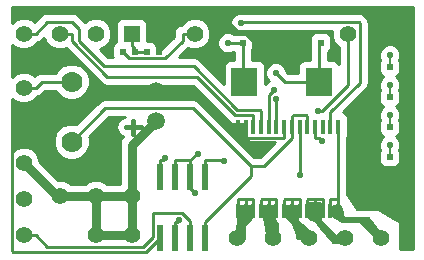
<source format=gtl>
G04 (created by PCBNEW-RS274X (2011-07-08)-stable) date Wed 23 Nov 2011 11:36:48 PM EST*
G01*
G70*
G90*
%MOIN*%
G04 Gerber Fmt 3.4, Leading zero omitted, Abs format*
%FSLAX34Y34*%
G04 APERTURE LIST*
%ADD10C,0.006000*%
%ADD11C,0.015000*%
%ADD12R,0.086600X0.094500*%
%ADD13C,0.059100*%
%ADD14C,0.070000*%
%ADD15R,0.070000X0.070000*%
%ADD16R,0.055000X0.055000*%
%ADD17C,0.055000*%
%ADD18R,0.019700X0.019700*%
%ADD19R,0.023600X0.086600*%
%ADD20R,0.016000X0.050000*%
%ADD21C,0.021000*%
%ADD22C,0.010000*%
%ADD23C,0.008000*%
%ADD24C,0.030000*%
G04 APERTURE END LIST*
G54D10*
G54D11*
X15300Y-30000D02*
X15800Y-30000D01*
X15550Y-30250D02*
X15550Y-29800D01*
G54D12*
X21740Y-28500D03*
X19260Y-28500D03*
G54D13*
X16300Y-28800D03*
X16300Y-29800D03*
G54D14*
X13500Y-28500D03*
G54D15*
X13500Y-29500D03*
G54D14*
X13500Y-30500D03*
G54D16*
X15500Y-26900D03*
G54D17*
X16500Y-26900D03*
G54D18*
X23699Y-31000D03*
X24101Y-31000D03*
X23699Y-30000D03*
X24101Y-30000D03*
X23699Y-29000D03*
X24101Y-29000D03*
X23699Y-28000D03*
X24101Y-28000D03*
X15601Y-27500D03*
X15199Y-27500D03*
X19601Y-27200D03*
X19199Y-27200D03*
X21399Y-27200D03*
X21801Y-27200D03*
X16401Y-27500D03*
X15999Y-27500D03*
G54D19*
X17950Y-31676D03*
X17450Y-31676D03*
X16950Y-31676D03*
X16450Y-31676D03*
X16450Y-33723D03*
X16950Y-33723D03*
X17450Y-33723D03*
X17950Y-33723D03*
G54D20*
X19050Y-32800D03*
X19300Y-32800D03*
X19560Y-32800D03*
X19820Y-32800D03*
X20070Y-32800D03*
X20330Y-32800D03*
X20590Y-32800D03*
X20840Y-32800D03*
X21100Y-32800D03*
X21350Y-32800D03*
X21610Y-32800D03*
X21870Y-32800D03*
X22120Y-32800D03*
X22380Y-32800D03*
X22380Y-30000D03*
X22120Y-30000D03*
X21880Y-30000D03*
X21610Y-30000D03*
X21350Y-30000D03*
X21100Y-30000D03*
X20840Y-30000D03*
X20590Y-30000D03*
X20330Y-30000D03*
X20070Y-30000D03*
X19820Y-30000D03*
X19560Y-30000D03*
X19300Y-30000D03*
X19050Y-30000D03*
G54D17*
X11900Y-32400D03*
X11900Y-33600D03*
X11900Y-29900D03*
X11900Y-31200D03*
X11900Y-28700D03*
X14300Y-33600D03*
X13100Y-32300D03*
X14300Y-32300D03*
X15500Y-33600D03*
X15500Y-32300D03*
X14300Y-26900D03*
X13100Y-26900D03*
X19000Y-33700D03*
X20200Y-33700D03*
X21400Y-33700D03*
X22600Y-33700D03*
X23800Y-33700D03*
X17600Y-26900D03*
X11900Y-26900D03*
X22700Y-26900D03*
G54D21*
X24100Y-28600D03*
X24101Y-29601D03*
X24101Y-30601D03*
X17082Y-33111D03*
X24101Y-27601D03*
X16612Y-31058D03*
X21100Y-31600D03*
X20300Y-28200D03*
X21859Y-30488D03*
X18570Y-31136D03*
X20231Y-28789D03*
X20330Y-29080D03*
X19136Y-26558D03*
X17600Y-32200D03*
X17709Y-30896D03*
X21704Y-29485D03*
X18700Y-27200D03*
G54D22*
X19399Y-26801D02*
X19400Y-26800D01*
X19301Y-26801D02*
X19399Y-26801D01*
X19300Y-26800D02*
X19000Y-26800D01*
X19301Y-26801D02*
X19300Y-26800D01*
X19301Y-26900D02*
X19301Y-26801D01*
X19000Y-26800D02*
X18600Y-26400D01*
X18900Y-26900D02*
X18800Y-26800D01*
X19100Y-26900D02*
X18900Y-26900D01*
X18600Y-26400D02*
X18600Y-26357D01*
X19100Y-26900D02*
X19000Y-26800D01*
X19122Y-26900D02*
X19100Y-26900D01*
X18600Y-26357D02*
X18591Y-26348D01*
X21399Y-27200D02*
X19601Y-27200D01*
X19601Y-27200D02*
X19301Y-26900D01*
X19301Y-26900D02*
X19122Y-26900D01*
X16401Y-27500D02*
X16401Y-27279D01*
X12698Y-29500D02*
X12298Y-29900D01*
X13500Y-29500D02*
X12698Y-29500D01*
X23699Y-31000D02*
X23699Y-30778D01*
X23699Y-30000D02*
X23699Y-30778D01*
X16500Y-27180D02*
X16500Y-26900D01*
X16401Y-27279D02*
X16500Y-27180D01*
X23699Y-28000D02*
X23699Y-29000D01*
X23699Y-29000D02*
X23699Y-30000D01*
X11900Y-29900D02*
X12099Y-29900D01*
X12099Y-29900D02*
X12298Y-29900D01*
X15985Y-34188D02*
X16450Y-33723D01*
X11545Y-34188D02*
X15985Y-34188D01*
X11501Y-34144D02*
X11545Y-34188D01*
X11501Y-30498D02*
X11501Y-34144D01*
X12099Y-29900D02*
X11501Y-30498D01*
X13500Y-29500D02*
X13973Y-29500D01*
X14673Y-28800D02*
X16300Y-28800D01*
X13973Y-29500D02*
X14673Y-28800D01*
X17052Y-26348D02*
X16500Y-26900D01*
X18591Y-26348D02*
X17052Y-26348D01*
X18811Y-26128D02*
X18591Y-26348D01*
X23071Y-26128D02*
X18811Y-26128D01*
X23699Y-26756D02*
X23071Y-26128D01*
X23699Y-28000D02*
X23699Y-26756D01*
X20590Y-30373D02*
X19300Y-30373D01*
X20590Y-30000D02*
X20590Y-30373D01*
X19300Y-30000D02*
X19300Y-30373D01*
X19050Y-30000D02*
X19300Y-30000D01*
X24100Y-28600D02*
X24101Y-28601D01*
G54D23*
X24101Y-29000D02*
X24101Y-28601D01*
G54D22*
X24100Y-29600D02*
X24101Y-29601D01*
G54D23*
X24101Y-29601D02*
X24100Y-29600D01*
X24101Y-30000D02*
X24101Y-29601D01*
X24101Y-31000D02*
X24101Y-30601D01*
X24101Y-30601D02*
X24100Y-30600D01*
G54D24*
X15500Y-30600D02*
X16300Y-29800D01*
X15500Y-32300D02*
X15500Y-30600D01*
X13000Y-32300D02*
X11900Y-31200D01*
X13100Y-32300D02*
X13000Y-32300D01*
X14300Y-32300D02*
X13100Y-32300D01*
X15500Y-32300D02*
X14300Y-32300D01*
X15500Y-32300D02*
X15500Y-33600D01*
X15500Y-33600D02*
X14300Y-33600D01*
X14300Y-33600D02*
X14300Y-32300D01*
G54D22*
X17026Y-33167D02*
X17082Y-33111D01*
X16950Y-33167D02*
X17026Y-33167D01*
X16950Y-33723D02*
X16950Y-33167D01*
X12696Y-33998D02*
X12298Y-33600D01*
X15873Y-33998D02*
X12696Y-33998D01*
X16208Y-33663D02*
X15873Y-33998D01*
X16208Y-32894D02*
X16208Y-33663D01*
X16236Y-32866D02*
X16208Y-32894D01*
X17172Y-32866D02*
X16236Y-32866D01*
X17450Y-33144D02*
X17172Y-32866D01*
X17450Y-33723D02*
X17450Y-33144D01*
X11900Y-33600D02*
X12298Y-33600D01*
G54D23*
X24101Y-28000D02*
X24101Y-27601D01*
X24101Y-27601D02*
X24100Y-27600D01*
G54D22*
X19820Y-29468D02*
X19820Y-30000D01*
X19792Y-29440D02*
X19820Y-29468D01*
X19022Y-29440D02*
X19792Y-29440D01*
X17571Y-27989D02*
X19022Y-29440D01*
X14588Y-27989D02*
X17571Y-27989D01*
X13733Y-27134D02*
X14588Y-27989D01*
X13733Y-26735D02*
X13733Y-27134D01*
X13499Y-26501D02*
X13733Y-26735D01*
X12697Y-26501D02*
X13499Y-26501D01*
X12298Y-26900D02*
X12697Y-26501D01*
X11900Y-26900D02*
X12298Y-26900D01*
X16450Y-31676D02*
X16450Y-31120D01*
X16550Y-31120D02*
X16450Y-31120D01*
X16612Y-31058D02*
X16550Y-31120D01*
X21100Y-30000D02*
X21100Y-31600D01*
X12498Y-28500D02*
X12298Y-28700D01*
X13500Y-28500D02*
X12498Y-28500D01*
X11900Y-28700D02*
X12298Y-28700D01*
X21740Y-28500D02*
X21740Y-27261D01*
X21740Y-27261D02*
X21801Y-27200D01*
X20600Y-28500D02*
X21740Y-28500D01*
X20300Y-28200D02*
X20600Y-28500D01*
X21610Y-30000D02*
X21610Y-30373D01*
X21744Y-30373D02*
X21859Y-30488D01*
X21610Y-30373D02*
X21744Y-30373D01*
X17950Y-31676D02*
X17950Y-31120D01*
X18554Y-31120D02*
X17950Y-31120D01*
X18570Y-31136D02*
X18554Y-31120D01*
X20070Y-28950D02*
X20070Y-30000D01*
X20231Y-28789D02*
X20070Y-28950D01*
X22380Y-32800D02*
X22380Y-32880D01*
X23200Y-33100D02*
X23800Y-33700D01*
X22600Y-33100D02*
X23200Y-33100D01*
X22380Y-32880D02*
X22600Y-33100D01*
X22120Y-32800D02*
X22120Y-32427D01*
X22380Y-32427D02*
X22120Y-32427D01*
X22380Y-30000D02*
X22380Y-32427D01*
X22380Y-32427D02*
X22380Y-32800D01*
X21870Y-32427D02*
X21610Y-32427D01*
X21870Y-32800D02*
X21870Y-32427D01*
X21800Y-33200D02*
X22202Y-33700D01*
X22600Y-33700D02*
X22202Y-33700D01*
X21610Y-32800D02*
X21700Y-33200D01*
X21700Y-33200D02*
X21800Y-33200D01*
X21350Y-32800D02*
X21350Y-32613D01*
X21350Y-32613D02*
X21350Y-32455D01*
X21350Y-32455D02*
X21378Y-32427D01*
X21378Y-32427D02*
X21610Y-32427D01*
X21610Y-32800D02*
X21610Y-32427D01*
X15500Y-26900D02*
X15500Y-27298D01*
X15601Y-27399D02*
X15500Y-27298D01*
X15601Y-27500D02*
X15601Y-27399D01*
X15999Y-27500D02*
X15777Y-27500D01*
X15601Y-27500D02*
X15777Y-27500D01*
X19050Y-33252D02*
X19000Y-33302D01*
X19050Y-32800D02*
X19050Y-33252D01*
X19000Y-33700D02*
X19000Y-33302D01*
X19300Y-32800D02*
X19300Y-32613D01*
X19300Y-32455D02*
X19300Y-32613D01*
X19050Y-32800D02*
X19050Y-32427D01*
X19272Y-32427D02*
X19050Y-32427D01*
X19300Y-32455D02*
X19272Y-32427D01*
X19560Y-32800D02*
X19560Y-32427D01*
X19560Y-32427D02*
X19328Y-32427D01*
X19328Y-32427D02*
X19300Y-32455D01*
X20330Y-32427D02*
X20070Y-32427D01*
X20330Y-32800D02*
X20330Y-32427D01*
X20071Y-33173D02*
X20200Y-33302D01*
X20070Y-33173D02*
X20071Y-33173D01*
X20200Y-33700D02*
X20200Y-33302D01*
X20070Y-32800D02*
X20070Y-33173D01*
X19820Y-32800D02*
X19820Y-32613D01*
X20070Y-32800D02*
X20070Y-32427D01*
X19848Y-32427D02*
X20070Y-32427D01*
X19820Y-32455D02*
X19848Y-32427D01*
X19820Y-32613D02*
X19820Y-32455D01*
X21100Y-32427D02*
X20840Y-32427D01*
X21100Y-32800D02*
X21100Y-32427D01*
X21002Y-33335D02*
X21002Y-33700D01*
X21400Y-33700D02*
X21002Y-33700D01*
X20840Y-32800D02*
X20840Y-33173D01*
X20840Y-33173D02*
X21002Y-33335D01*
X20590Y-32800D02*
X20590Y-32613D01*
X20590Y-32613D02*
X20590Y-32455D01*
X20590Y-32455D02*
X20618Y-32427D01*
X20618Y-32427D02*
X20840Y-32427D01*
X20840Y-32800D02*
X20840Y-32427D01*
X20330Y-30000D02*
X20330Y-29080D01*
X22120Y-29518D02*
X22120Y-30000D01*
X23099Y-28539D02*
X22120Y-29518D01*
X23099Y-26529D02*
X23099Y-28539D01*
X23071Y-26501D02*
X23099Y-26529D01*
X19193Y-26501D02*
X23071Y-26501D01*
X19136Y-26558D02*
X19193Y-26501D01*
X13100Y-26900D02*
X13498Y-26900D01*
X19560Y-30000D02*
X19560Y-29627D01*
X18963Y-29627D02*
X19560Y-29627D01*
X17672Y-28336D02*
X18963Y-29627D01*
X14690Y-28336D02*
X17672Y-28336D01*
X13498Y-27144D02*
X14690Y-28336D01*
X13498Y-26900D02*
X13498Y-27144D01*
X17450Y-32050D02*
X17450Y-31676D01*
X17600Y-32200D02*
X17450Y-32050D01*
X16950Y-31676D02*
X16950Y-31120D01*
X16950Y-31120D02*
X17450Y-31120D01*
X17450Y-31676D02*
X17450Y-31120D01*
X17674Y-30896D02*
X17450Y-31120D01*
X17709Y-30896D02*
X17674Y-30896D01*
X22700Y-28620D02*
X22700Y-26900D01*
X21835Y-29485D02*
X22700Y-28620D01*
X21704Y-29485D02*
X21835Y-29485D01*
X19199Y-27200D02*
X19199Y-28439D01*
X19199Y-28439D02*
X19260Y-28500D01*
X18700Y-27200D02*
X19199Y-27200D01*
X20840Y-30000D02*
X20840Y-29660D01*
X21350Y-29650D02*
X21350Y-30000D01*
X21300Y-29600D02*
X21350Y-29650D01*
X20900Y-29600D02*
X21300Y-29600D01*
X20840Y-29660D02*
X20900Y-29600D01*
X17600Y-26900D02*
X17202Y-26900D01*
X20840Y-30000D02*
X20840Y-30373D01*
X17950Y-33723D02*
X17950Y-33167D01*
X15422Y-27723D02*
X15199Y-27500D01*
X16614Y-27723D02*
X15422Y-27723D01*
X17202Y-27135D02*
X16614Y-27723D01*
X17202Y-26900D02*
X17202Y-27135D01*
X19909Y-31304D02*
X19469Y-31304D01*
X20840Y-30373D02*
X19909Y-31304D01*
X17545Y-29380D02*
X19469Y-31304D01*
X14620Y-29380D02*
X17545Y-29380D01*
X13500Y-30500D02*
X14620Y-29380D01*
X19469Y-31648D02*
X17950Y-33167D01*
X19469Y-31304D02*
X19469Y-31648D01*
X19050Y-32650D02*
X19491Y-32650D01*
X19050Y-32730D02*
X19491Y-32730D01*
X19050Y-32810D02*
X19491Y-32810D01*
X19050Y-32890D02*
X19491Y-32890D01*
X19050Y-32970D02*
X19491Y-32970D01*
X19050Y-33050D02*
X19479Y-33050D01*
X19050Y-33130D02*
X19399Y-33130D01*
X19050Y-33210D02*
X19319Y-33210D01*
X19050Y-33290D02*
X19250Y-33290D01*
X19050Y-33370D02*
X19250Y-33370D01*
X19050Y-33450D02*
X19250Y-33450D01*
X19050Y-33530D02*
X19250Y-33530D01*
X19050Y-33610D02*
X19250Y-33610D01*
X19050Y-33690D02*
X19250Y-33690D01*
X19491Y-33038D02*
X19250Y-33279D01*
X19250Y-33750D01*
X19050Y-33750D01*
X19050Y-32650D01*
X19491Y-32650D01*
X19491Y-33038D01*
X19889Y-32650D02*
X20261Y-32650D01*
X19889Y-32730D02*
X20261Y-32730D01*
X19889Y-32810D02*
X20261Y-32810D01*
X19898Y-32890D02*
X20261Y-32890D01*
X19912Y-32970D02*
X20261Y-32970D01*
X19925Y-33050D02*
X20261Y-33050D01*
X19938Y-33130D02*
X20274Y-33130D01*
X19952Y-33210D02*
X20318Y-33210D01*
X19965Y-33290D02*
X20350Y-33290D01*
X19978Y-33370D02*
X20350Y-33370D01*
X19992Y-33450D02*
X20350Y-33450D01*
X20005Y-33530D02*
X20350Y-33530D01*
X20018Y-33610D02*
X20350Y-33610D01*
X20032Y-33690D02*
X20350Y-33690D01*
X20350Y-33750D02*
X20042Y-33750D01*
X19889Y-32830D01*
X19889Y-32650D01*
X20261Y-32650D01*
X20261Y-33099D01*
X20299Y-33191D01*
X20350Y-33242D01*
X20350Y-33750D01*
X20659Y-32650D02*
X21021Y-32650D01*
X20659Y-32730D02*
X21021Y-32730D01*
X20659Y-32810D02*
X21021Y-32810D01*
X20659Y-32890D02*
X21021Y-32890D01*
X20659Y-32970D02*
X21021Y-32970D01*
X20721Y-33050D02*
X21021Y-33050D01*
X20801Y-33130D02*
X21034Y-33130D01*
X20858Y-33210D02*
X21078Y-33210D01*
X20890Y-33290D02*
X21199Y-33290D01*
X20922Y-33370D02*
X21299Y-33370D01*
X20954Y-33450D02*
X21350Y-33450D01*
X20986Y-33530D02*
X21350Y-33530D01*
X21018Y-33610D02*
X21350Y-33610D01*
X21350Y-33650D02*
X21034Y-33650D01*
X20843Y-33172D01*
X20659Y-32988D01*
X20659Y-32650D01*
X21021Y-32650D01*
X21021Y-33099D01*
X21059Y-33191D01*
X21129Y-33261D01*
X21220Y-33299D01*
X21228Y-33299D01*
X21350Y-33421D01*
X21350Y-33650D01*
X22199Y-32650D02*
X22461Y-32650D01*
X22199Y-32730D02*
X22481Y-32730D01*
X22199Y-32810D02*
X22501Y-32810D01*
X22199Y-32890D02*
X22521Y-32890D01*
X22199Y-32970D02*
X22541Y-32970D01*
X22312Y-33050D02*
X23376Y-33050D01*
X22472Y-33130D02*
X23440Y-33130D01*
X23181Y-33210D02*
X23504Y-33210D01*
X23261Y-33290D02*
X23568Y-33290D01*
X23341Y-33370D02*
X23632Y-33370D01*
X23421Y-33450D02*
X23696Y-33450D01*
X23501Y-33530D02*
X23750Y-33530D01*
X23581Y-33610D02*
X23750Y-33610D01*
X23750Y-33650D02*
X23621Y-33650D01*
X23121Y-33150D01*
X22512Y-33150D01*
X22199Y-32993D01*
X22199Y-32650D01*
X22461Y-32650D01*
X22561Y-33050D01*
X23376Y-33050D01*
X23750Y-33518D01*
X23750Y-33650D01*
X12587Y-27034D02*
X12587Y-27034D01*
X12508Y-27114D02*
X12621Y-27114D01*
X12347Y-27194D02*
X12654Y-27194D01*
X11525Y-27274D02*
X11532Y-27274D01*
X12269Y-27274D02*
X12732Y-27274D01*
X11525Y-27354D02*
X11624Y-27354D01*
X12176Y-27354D02*
X12824Y-27354D01*
X11525Y-27434D02*
X13364Y-27434D01*
X11525Y-27514D02*
X13444Y-27514D01*
X11525Y-27594D02*
X13524Y-27594D01*
X11525Y-27674D02*
X13604Y-27674D01*
X11525Y-27754D02*
X13684Y-27754D01*
X11525Y-27834D02*
X13764Y-27834D01*
X11525Y-27914D02*
X13349Y-27914D01*
X13650Y-27914D02*
X13844Y-27914D01*
X11525Y-27994D02*
X13159Y-27994D01*
X13841Y-27994D02*
X13924Y-27994D01*
X11525Y-28074D02*
X13079Y-28074D01*
X13921Y-28074D02*
X14004Y-28074D01*
X11525Y-28154D02*
X12999Y-28154D01*
X14001Y-28154D02*
X14084Y-28154D01*
X11525Y-28234D02*
X11653Y-28234D01*
X12147Y-28234D02*
X12366Y-28234D01*
X14038Y-28234D02*
X14164Y-28234D01*
X11525Y-28314D02*
X11543Y-28314D01*
X12256Y-28314D02*
X12258Y-28314D01*
X14071Y-28314D02*
X14244Y-28314D01*
X14099Y-28394D02*
X14324Y-28394D01*
X14099Y-28474D02*
X14404Y-28474D01*
X14099Y-28554D02*
X14487Y-28554D01*
X14093Y-28634D02*
X14684Y-28634D01*
X14060Y-28714D02*
X17625Y-28714D01*
X14027Y-28794D02*
X17705Y-28794D01*
X12548Y-28874D02*
X13027Y-28874D01*
X13973Y-28874D02*
X17785Y-28874D01*
X12448Y-28954D02*
X13107Y-28954D01*
X13893Y-28954D02*
X17865Y-28954D01*
X12309Y-29034D02*
X13224Y-29034D01*
X13777Y-29034D02*
X17945Y-29034D01*
X11525Y-29114D02*
X11572Y-29114D01*
X12229Y-29114D02*
X14488Y-29114D01*
X17676Y-29114D02*
X18025Y-29114D01*
X11525Y-29194D02*
X11721Y-29194D01*
X12079Y-29194D02*
X14381Y-29194D01*
X17783Y-29194D02*
X18105Y-29194D01*
X11525Y-29274D02*
X14301Y-29274D01*
X17863Y-29274D02*
X18185Y-29274D01*
X11525Y-29354D02*
X14221Y-29354D01*
X17943Y-29354D02*
X18265Y-29354D01*
X11525Y-29434D02*
X14141Y-29434D01*
X18023Y-29434D02*
X18345Y-29434D01*
X11525Y-29514D02*
X14061Y-29514D01*
X18103Y-29514D02*
X18425Y-29514D01*
X11525Y-29594D02*
X13981Y-29594D01*
X18183Y-29594D02*
X18505Y-29594D01*
X11525Y-29674D02*
X13901Y-29674D01*
X18263Y-29674D02*
X18585Y-29674D01*
X11525Y-29754D02*
X13821Y-29754D01*
X14670Y-29754D02*
X15094Y-29754D01*
X18343Y-29754D02*
X18665Y-29754D01*
X11525Y-29834D02*
X13741Y-29834D01*
X14590Y-29834D02*
X15027Y-29834D01*
X18423Y-29834D02*
X18745Y-29834D01*
X11525Y-29914D02*
X13349Y-29914D01*
X13650Y-29914D02*
X13661Y-29914D01*
X14510Y-29914D02*
X14992Y-29914D01*
X18503Y-29914D02*
X18900Y-29914D01*
X11525Y-29994D02*
X13159Y-29994D01*
X14430Y-29994D02*
X14976Y-29994D01*
X18583Y-29994D02*
X19231Y-29994D01*
X11525Y-30074D02*
X13079Y-30074D01*
X14350Y-30074D02*
X14990Y-30074D01*
X18663Y-30074D02*
X19231Y-30074D01*
X11525Y-30154D02*
X12999Y-30154D01*
X14270Y-30154D02*
X15020Y-30154D01*
X18743Y-30154D02*
X19231Y-30154D01*
X11525Y-30234D02*
X12961Y-30234D01*
X14190Y-30234D02*
X15077Y-30234D01*
X18823Y-30234D02*
X19231Y-30234D01*
X11525Y-30314D02*
X12928Y-30314D01*
X14110Y-30314D02*
X15219Y-30314D01*
X18903Y-30314D02*
X19238Y-30314D01*
X11525Y-30394D02*
X12901Y-30394D01*
X14099Y-30394D02*
X15165Y-30394D01*
X18983Y-30394D02*
X19272Y-30394D01*
X11525Y-30474D02*
X12901Y-30474D01*
X14099Y-30474D02*
X15124Y-30474D01*
X19063Y-30474D02*
X19371Y-30474D01*
X11525Y-30554D02*
X12901Y-30554D01*
X14099Y-30554D02*
X15109Y-30554D01*
X19143Y-30554D02*
X20234Y-30554D01*
X11525Y-30634D02*
X12908Y-30634D01*
X14093Y-30634D02*
X15100Y-30634D01*
X19223Y-30634D02*
X20154Y-30634D01*
X11525Y-30714D02*
X11701Y-30714D01*
X12099Y-30714D02*
X12941Y-30714D01*
X14060Y-30714D02*
X15100Y-30714D01*
X19303Y-30714D02*
X20074Y-30714D01*
X11525Y-30794D02*
X11563Y-30794D01*
X12236Y-30794D02*
X12974Y-30794D01*
X14027Y-30794D02*
X15100Y-30794D01*
X19383Y-30794D02*
X19994Y-30794D01*
X12316Y-30874D02*
X13027Y-30874D01*
X13973Y-30874D02*
X15100Y-30874D01*
X19463Y-30874D02*
X19914Y-30874D01*
X12366Y-30954D02*
X13107Y-30954D01*
X13893Y-30954D02*
X15100Y-30954D01*
X19543Y-30954D02*
X19834Y-30954D01*
X12399Y-31034D02*
X13224Y-31034D01*
X13777Y-31034D02*
X15100Y-31034D01*
X12425Y-31114D02*
X15100Y-31114D01*
X12459Y-31194D02*
X15100Y-31194D01*
X12539Y-31274D02*
X15100Y-31274D01*
X12619Y-31354D02*
X15100Y-31354D01*
X12699Y-31434D02*
X15100Y-31434D01*
X12779Y-31514D02*
X15100Y-31514D01*
X12859Y-31594D02*
X15100Y-31594D01*
X12939Y-31674D02*
X15100Y-31674D01*
X13019Y-31754D02*
X15100Y-31754D01*
X13347Y-31834D02*
X14053Y-31834D01*
X14547Y-31834D02*
X15100Y-31834D01*
X19393Y-26801D02*
X22175Y-26801D01*
X19414Y-26881D02*
X21586Y-26881D01*
X22016Y-26881D02*
X22175Y-26881D01*
X19508Y-26961D02*
X21492Y-26961D01*
X22110Y-26961D02*
X22175Y-26961D01*
X19541Y-27041D02*
X21458Y-27041D01*
X22143Y-27041D02*
X22191Y-27041D01*
X19546Y-27121D02*
X21454Y-27121D01*
X22148Y-27121D02*
X22224Y-27121D01*
X19546Y-27201D02*
X21452Y-27201D01*
X22148Y-27201D02*
X22259Y-27201D01*
X19546Y-27281D02*
X21440Y-27281D01*
X22148Y-27281D02*
X22339Y-27281D01*
X19541Y-27361D02*
X21440Y-27361D01*
X22143Y-27361D02*
X22400Y-27361D01*
X19506Y-27441D02*
X21440Y-27441D01*
X22108Y-27441D02*
X22400Y-27441D01*
X19499Y-27521D02*
X21440Y-27521D01*
X22040Y-27521D02*
X22400Y-27521D01*
X19499Y-27601D02*
X21440Y-27601D01*
X22040Y-27601D02*
X22400Y-27601D01*
X19499Y-27681D02*
X21440Y-27681D01*
X22040Y-27681D02*
X22400Y-27681D01*
X19499Y-27761D02*
X21440Y-27761D01*
X22040Y-27761D02*
X22400Y-27761D01*
X19858Y-27841D02*
X21142Y-27841D01*
X22338Y-27841D02*
X22400Y-27841D01*
X19918Y-27921D02*
X20078Y-27921D01*
X20521Y-27921D02*
X21081Y-27921D01*
X22398Y-27921D02*
X22400Y-27921D01*
X19942Y-28001D02*
X19999Y-28001D01*
X20600Y-28001D02*
X21058Y-28001D01*
X19942Y-28081D02*
X19965Y-28081D01*
X20633Y-28081D02*
X21058Y-28081D01*
X19942Y-28161D02*
X19946Y-28161D01*
X20685Y-28161D02*
X21058Y-28161D01*
X19942Y-28241D02*
X19946Y-28241D01*
X19942Y-28321D02*
X19968Y-28321D01*
X19942Y-28401D02*
X20001Y-28401D01*
X19942Y-28481D02*
X20049Y-28481D01*
X19942Y-28561D02*
X19958Y-28561D01*
X11525Y-26025D02*
X24875Y-26025D01*
X11525Y-26105D02*
X24875Y-26105D01*
X11525Y-26185D02*
X24875Y-26185D01*
X11525Y-26265D02*
X12520Y-26265D01*
X13675Y-26265D02*
X18928Y-26265D01*
X23247Y-26265D02*
X24875Y-26265D01*
X11525Y-26345D02*
X12428Y-26345D01*
X13767Y-26345D02*
X18848Y-26345D01*
X23329Y-26345D02*
X24875Y-26345D01*
X11525Y-26425D02*
X11675Y-26425D01*
X12125Y-26425D02*
X12348Y-26425D01*
X13847Y-26425D02*
X14075Y-26425D01*
X14525Y-26425D02*
X15073Y-26425D01*
X15927Y-26425D02*
X17375Y-26425D01*
X17825Y-26425D02*
X18807Y-26425D01*
X23378Y-26425D02*
X24875Y-26425D01*
X11525Y-26505D02*
X11552Y-26505D01*
X12248Y-26505D02*
X12268Y-26505D01*
X13927Y-26505D02*
X13951Y-26505D01*
X14647Y-26505D02*
X15005Y-26505D01*
X15994Y-26505D02*
X17252Y-26505D01*
X17947Y-26505D02*
X18782Y-26505D01*
X23394Y-26505D02*
X24875Y-26505D01*
X14727Y-26585D02*
X14976Y-26585D01*
X16024Y-26585D02*
X17172Y-26585D01*
X18027Y-26585D02*
X18782Y-26585D01*
X23399Y-26585D02*
X24875Y-26585D01*
X14770Y-26665D02*
X14976Y-26665D01*
X16024Y-26665D02*
X17024Y-26665D01*
X18070Y-26665D02*
X18798Y-26665D01*
X23399Y-26665D02*
X24875Y-26665D01*
X14803Y-26745D02*
X14976Y-26745D01*
X16024Y-26745D02*
X16951Y-26745D01*
X18103Y-26745D02*
X18831Y-26745D01*
X23399Y-26745D02*
X24875Y-26745D01*
X14825Y-26825D02*
X14976Y-26825D01*
X16024Y-26825D02*
X16917Y-26825D01*
X18125Y-26825D02*
X18903Y-26825D01*
X23399Y-26825D02*
X24875Y-26825D01*
X14825Y-26905D02*
X14976Y-26905D01*
X16024Y-26905D02*
X16902Y-26905D01*
X18125Y-26905D02*
X18494Y-26905D01*
X23399Y-26905D02*
X24875Y-26905D01*
X14825Y-26985D02*
X14976Y-26985D01*
X16024Y-26985D02*
X16902Y-26985D01*
X18125Y-26985D02*
X18414Y-26985D01*
X23399Y-26985D02*
X24875Y-26985D01*
X14801Y-27065D02*
X14976Y-27065D01*
X16024Y-27065D02*
X16847Y-27065D01*
X18101Y-27065D02*
X18372Y-27065D01*
X23399Y-27065D02*
X24875Y-27065D01*
X14767Y-27145D02*
X14976Y-27145D01*
X16024Y-27145D02*
X16767Y-27145D01*
X18067Y-27145D02*
X18346Y-27145D01*
X23399Y-27145D02*
X24875Y-27145D01*
X14718Y-27225D02*
X14926Y-27225D01*
X16272Y-27225D02*
X16687Y-27225D01*
X18018Y-27225D02*
X18346Y-27225D01*
X23399Y-27225D02*
X24875Y-27225D01*
X14638Y-27305D02*
X14871Y-27305D01*
X16326Y-27305D02*
X16607Y-27305D01*
X17938Y-27305D02*
X18361Y-27305D01*
X23399Y-27305D02*
X23896Y-27305D01*
X24305Y-27305D02*
X24875Y-27305D01*
X14501Y-27385D02*
X14852Y-27385D01*
X16346Y-27385D02*
X16527Y-27385D01*
X17376Y-27385D02*
X17400Y-27385D01*
X17801Y-27385D02*
X18394Y-27385D01*
X23399Y-27385D02*
X23816Y-27385D01*
X24385Y-27385D02*
X24875Y-27385D01*
X14488Y-27465D02*
X14852Y-27465D01*
X17296Y-27465D02*
X18465Y-27465D01*
X23399Y-27465D02*
X23774Y-27465D01*
X24427Y-27465D02*
X24875Y-27465D01*
X14568Y-27545D02*
X14852Y-27545D01*
X17216Y-27545D02*
X18608Y-27545D01*
X18792Y-27545D02*
X18899Y-27545D01*
X23399Y-27545D02*
X23747Y-27545D01*
X24455Y-27545D02*
X24875Y-27545D01*
X14648Y-27625D02*
X14852Y-27625D01*
X17136Y-27625D02*
X18899Y-27625D01*
X23399Y-27625D02*
X23747Y-27625D01*
X24455Y-27625D02*
X24875Y-27625D01*
X17651Y-27705D02*
X18899Y-27705D01*
X23399Y-27705D02*
X23762Y-27705D01*
X24442Y-27705D02*
X24875Y-27705D01*
X17791Y-27785D02*
X18763Y-27785D01*
X23399Y-27785D02*
X23781Y-27785D01*
X24420Y-27785D02*
X24875Y-27785D01*
X17871Y-27865D02*
X18638Y-27865D01*
X23399Y-27865D02*
X23754Y-27865D01*
X24448Y-27865D02*
X24875Y-27865D01*
X17951Y-27945D02*
X18591Y-27945D01*
X23399Y-27945D02*
X23754Y-27945D01*
X24448Y-27945D02*
X24875Y-27945D01*
X18031Y-28025D02*
X18578Y-28025D01*
X23399Y-28025D02*
X23754Y-28025D01*
X24448Y-28025D02*
X24875Y-28025D01*
X18111Y-28105D02*
X18578Y-28105D01*
X23399Y-28105D02*
X23754Y-28105D01*
X24448Y-28105D02*
X24875Y-28105D01*
X18191Y-28185D02*
X18578Y-28185D01*
X23399Y-28185D02*
X23770Y-28185D01*
X24433Y-28185D02*
X24875Y-28185D01*
X18271Y-28265D02*
X18578Y-28265D01*
X23399Y-28265D02*
X23818Y-28265D01*
X24384Y-28265D02*
X24875Y-28265D01*
X18351Y-28345D02*
X18578Y-28345D01*
X23399Y-28345D02*
X23854Y-28345D01*
X24345Y-28345D02*
X24875Y-28345D01*
X18431Y-28425D02*
X18578Y-28425D01*
X23399Y-28425D02*
X23789Y-28425D01*
X24410Y-28425D02*
X24875Y-28425D01*
X18511Y-28505D02*
X18578Y-28505D01*
X23399Y-28505D02*
X23755Y-28505D01*
X24443Y-28505D02*
X24875Y-28505D01*
X23390Y-28585D02*
X23746Y-28585D01*
X24454Y-28585D02*
X24875Y-28585D01*
X23369Y-28665D02*
X23746Y-28665D01*
X24454Y-28665D02*
X24875Y-28665D01*
X23316Y-28745D02*
X23777Y-28745D01*
X24423Y-28745D02*
X24875Y-28745D01*
X23237Y-28825D02*
X23764Y-28825D01*
X24436Y-28825D02*
X24875Y-28825D01*
X23157Y-28905D02*
X23754Y-28905D01*
X24448Y-28905D02*
X24875Y-28905D01*
X23077Y-28985D02*
X23754Y-28985D01*
X24448Y-28985D02*
X24875Y-28985D01*
X22997Y-29065D02*
X23754Y-29065D01*
X24448Y-29065D02*
X24875Y-29065D01*
X22917Y-29145D02*
X23754Y-29145D01*
X24448Y-29145D02*
X24875Y-29145D01*
X22837Y-29225D02*
X23787Y-29225D01*
X24416Y-29225D02*
X24875Y-29225D01*
X22757Y-29305D02*
X23858Y-29305D01*
X24344Y-29305D02*
X24875Y-29305D01*
X22677Y-29385D02*
X23816Y-29385D01*
X24385Y-29385D02*
X24875Y-29385D01*
X22597Y-29465D02*
X23774Y-29465D01*
X24427Y-29465D02*
X24875Y-29465D01*
X22607Y-29545D02*
X23747Y-29545D01*
X24455Y-29545D02*
X24875Y-29545D01*
X22677Y-29625D02*
X23747Y-29625D01*
X24455Y-29625D02*
X24875Y-29625D01*
X22709Y-29705D02*
X23762Y-29705D01*
X24442Y-29705D02*
X24875Y-29705D01*
X22709Y-29785D02*
X23781Y-29785D01*
X24420Y-29785D02*
X24875Y-29785D01*
X22709Y-29865D02*
X23754Y-29865D01*
X24448Y-29865D02*
X24875Y-29865D01*
X22709Y-29945D02*
X23754Y-29945D01*
X24448Y-29945D02*
X24875Y-29945D01*
X22709Y-30025D02*
X23754Y-30025D01*
X24448Y-30025D02*
X24875Y-30025D01*
X22709Y-30105D02*
X23754Y-30105D01*
X24448Y-30105D02*
X24875Y-30105D01*
X22709Y-30185D02*
X23770Y-30185D01*
X24433Y-30185D02*
X24875Y-30185D01*
X22709Y-30265D02*
X23818Y-30265D01*
X24384Y-30265D02*
X24875Y-30265D01*
X22691Y-30345D02*
X23856Y-30345D01*
X24345Y-30345D02*
X24875Y-30345D01*
X22680Y-30425D02*
X23790Y-30425D01*
X24410Y-30425D02*
X24875Y-30425D01*
X22680Y-30505D02*
X23757Y-30505D01*
X24444Y-30505D02*
X24875Y-30505D01*
X22680Y-30585D02*
X23747Y-30585D01*
X24455Y-30585D02*
X24875Y-30585D01*
X22680Y-30665D02*
X23747Y-30665D01*
X24455Y-30665D02*
X24875Y-30665D01*
X22680Y-30745D02*
X23778Y-30745D01*
X24425Y-30745D02*
X24455Y-30745D01*
X24455Y-30745D02*
X24875Y-30745D01*
X22680Y-30825D02*
X23765Y-30825D01*
X24436Y-30825D02*
X24455Y-30825D01*
X24455Y-30825D02*
X24875Y-30825D01*
X22680Y-30905D02*
X23754Y-30905D01*
X24448Y-30905D02*
X24455Y-30905D01*
X24455Y-30905D02*
X24875Y-30905D01*
X22680Y-30985D02*
X23754Y-30985D01*
X24448Y-30985D02*
X24455Y-30985D01*
X24455Y-30985D02*
X24875Y-30985D01*
X22680Y-31065D02*
X23754Y-31065D01*
X24448Y-31065D02*
X24455Y-31065D01*
X24455Y-31065D02*
X24875Y-31065D01*
X22680Y-31145D02*
X23754Y-31145D01*
X24448Y-31145D02*
X24455Y-31145D01*
X24455Y-31145D02*
X24875Y-31145D01*
X22680Y-31225D02*
X23787Y-31225D01*
X24416Y-31225D02*
X24455Y-31225D01*
X24455Y-31225D02*
X24875Y-31225D01*
X22680Y-31305D02*
X23858Y-31305D01*
X24344Y-31305D02*
X24455Y-31305D01*
X24455Y-31305D02*
X24875Y-31305D01*
X22680Y-31385D02*
X24455Y-31385D01*
X24455Y-31385D02*
X24875Y-31385D01*
X22680Y-31465D02*
X24455Y-31465D01*
X24455Y-31465D02*
X24875Y-31465D01*
X22680Y-31545D02*
X24455Y-31545D01*
X24455Y-31545D02*
X24875Y-31545D01*
X22680Y-31625D02*
X24455Y-31625D01*
X24455Y-31625D02*
X24875Y-31625D01*
X22680Y-31705D02*
X24455Y-31705D01*
X24455Y-31705D02*
X24875Y-31705D01*
X22680Y-31785D02*
X24455Y-31785D01*
X24455Y-31785D02*
X24875Y-31785D01*
X22680Y-31865D02*
X24455Y-31865D01*
X24455Y-31865D02*
X24875Y-31865D01*
X22680Y-31945D02*
X24455Y-31945D01*
X24455Y-31945D02*
X24875Y-31945D01*
X22680Y-32025D02*
X24455Y-32025D01*
X24455Y-32025D02*
X24875Y-32025D01*
X22680Y-32105D02*
X24455Y-32105D01*
X24455Y-32105D02*
X24875Y-32105D01*
X22680Y-32185D02*
X24455Y-32185D01*
X24455Y-32185D02*
X24875Y-32185D01*
X22693Y-32265D02*
X24455Y-32265D01*
X24455Y-32265D02*
X24875Y-32265D01*
X22748Y-32345D02*
X24455Y-32345D01*
X24455Y-32345D02*
X24875Y-32345D01*
X22803Y-32425D02*
X24455Y-32425D01*
X24455Y-32425D02*
X24875Y-32425D01*
X22857Y-32505D02*
X24455Y-32505D01*
X24455Y-32505D02*
X24875Y-32505D01*
X22912Y-32585D02*
X24455Y-32585D01*
X24455Y-32585D02*
X24875Y-32585D01*
X22967Y-32665D02*
X24455Y-32665D01*
X24455Y-32665D02*
X24875Y-32665D01*
X23022Y-32745D02*
X24455Y-32745D01*
X24455Y-32745D02*
X24875Y-32745D01*
X23844Y-32825D02*
X24455Y-32825D01*
X24455Y-32825D02*
X24875Y-32825D01*
X23984Y-32905D02*
X24455Y-32905D01*
X24455Y-32905D02*
X24875Y-32905D01*
X24124Y-32985D02*
X24455Y-32985D01*
X24455Y-32985D02*
X24875Y-32985D01*
X24264Y-33065D02*
X24455Y-33065D01*
X24455Y-33065D02*
X24875Y-33065D01*
X24404Y-33145D02*
X24455Y-33145D01*
X24455Y-33145D02*
X24875Y-33145D01*
X24450Y-33225D02*
X24455Y-33225D01*
X24455Y-33225D02*
X24875Y-33225D01*
X24450Y-33305D02*
X24455Y-33305D01*
X24455Y-33305D02*
X24875Y-33305D01*
X24450Y-33385D02*
X24455Y-33385D01*
X24455Y-33385D02*
X24875Y-33385D01*
X24450Y-33465D02*
X24455Y-33465D01*
X24455Y-33465D02*
X24875Y-33465D01*
X24450Y-33545D02*
X24455Y-33545D01*
X24455Y-33545D02*
X24875Y-33545D01*
X24450Y-33625D02*
X24455Y-33625D01*
X24455Y-33625D02*
X24875Y-33625D01*
X24450Y-33705D02*
X24455Y-33705D01*
X24455Y-33705D02*
X24875Y-33705D01*
X24450Y-33785D02*
X24455Y-33785D01*
X24455Y-33785D02*
X24875Y-33785D01*
X24450Y-33865D02*
X24455Y-33865D01*
X24455Y-33865D02*
X24875Y-33865D01*
X24450Y-33945D02*
X24455Y-33945D01*
X24455Y-33945D02*
X24875Y-33945D01*
X24450Y-34025D02*
X24455Y-34025D01*
X24455Y-34025D02*
X24875Y-34025D01*
X20289Y-30499D02*
X19784Y-31004D01*
X19593Y-31004D01*
X17757Y-29168D01*
X17660Y-29103D01*
X17545Y-29080D01*
X14620Y-29080D01*
X14505Y-29103D01*
X14408Y-29168D01*
X14407Y-29168D01*
X14407Y-29169D01*
X13658Y-29917D01*
X13619Y-29901D01*
X13381Y-29901D01*
X13161Y-29992D01*
X12992Y-30161D01*
X12901Y-30381D01*
X12901Y-30619D01*
X12992Y-30839D01*
X13161Y-31008D01*
X13381Y-31099D01*
X13619Y-31099D01*
X13839Y-31008D01*
X14008Y-30839D01*
X14099Y-30619D01*
X14099Y-30381D01*
X14082Y-30341D01*
X14744Y-29680D01*
X15275Y-29680D01*
X15176Y-29700D01*
X15070Y-29770D01*
X15000Y-29876D01*
X14975Y-30000D01*
X15000Y-30124D01*
X15070Y-30230D01*
X15176Y-30300D01*
X15224Y-30309D01*
X15217Y-30317D01*
X15130Y-30447D01*
X15100Y-30600D01*
X15100Y-31900D01*
X14642Y-31900D01*
X14598Y-31855D01*
X14405Y-31775D01*
X14196Y-31775D01*
X14003Y-31855D01*
X13957Y-31900D01*
X13442Y-31900D01*
X13398Y-31855D01*
X13205Y-31775D01*
X13040Y-31775D01*
X12425Y-31159D01*
X12425Y-31096D01*
X12345Y-30903D01*
X12198Y-30755D01*
X12005Y-30675D01*
X11796Y-30675D01*
X11603Y-30755D01*
X11525Y-30832D01*
X11525Y-29067D01*
X11602Y-29145D01*
X11795Y-29225D01*
X12004Y-29225D01*
X12197Y-29145D01*
X12345Y-28998D01*
X12348Y-28989D01*
X12413Y-28977D01*
X12510Y-28912D01*
X12622Y-28800D01*
X12975Y-28800D01*
X12992Y-28839D01*
X13161Y-29008D01*
X13381Y-29099D01*
X13619Y-29099D01*
X13839Y-29008D01*
X14008Y-28839D01*
X14099Y-28619D01*
X14099Y-28381D01*
X14008Y-28161D01*
X13839Y-27992D01*
X13619Y-27901D01*
X13381Y-27901D01*
X13161Y-27992D01*
X12992Y-28161D01*
X12975Y-28200D01*
X12498Y-28200D01*
X12383Y-28223D01*
X12285Y-28288D01*
X12257Y-28315D01*
X12198Y-28255D01*
X12005Y-28175D01*
X11796Y-28175D01*
X11603Y-28255D01*
X11525Y-28332D01*
X11525Y-27267D01*
X11602Y-27345D01*
X11795Y-27425D01*
X12004Y-27425D01*
X12197Y-27345D01*
X12345Y-27198D01*
X12348Y-27189D01*
X12413Y-27177D01*
X12510Y-27112D01*
X12587Y-27034D01*
X12655Y-27197D01*
X12802Y-27345D01*
X12995Y-27425D01*
X13204Y-27425D01*
X13310Y-27380D01*
X14477Y-28548D01*
X14478Y-28548D01*
X14575Y-28613D01*
X14689Y-28635D01*
X14690Y-28636D01*
X17547Y-28636D01*
X18750Y-29839D01*
X18751Y-29839D01*
X18848Y-29904D01*
X18962Y-29926D01*
X18963Y-29927D01*
X19231Y-29927D01*
X19231Y-30299D01*
X19269Y-30391D01*
X19339Y-30461D01*
X19430Y-30499D01*
X19529Y-30499D01*
X19689Y-30499D01*
X19689Y-30498D01*
X19690Y-30499D01*
X19789Y-30499D01*
X19940Y-30499D01*
X19949Y-30499D01*
X20039Y-30499D01*
X20199Y-30499D01*
X20199Y-30498D01*
X20200Y-30499D01*
X20289Y-30499D01*
X12587Y-27034D02*
X12587Y-27034D01*
X12508Y-27114D02*
X12621Y-27114D01*
X12347Y-27194D02*
X12654Y-27194D01*
X11525Y-27274D02*
X11532Y-27274D01*
X12269Y-27274D02*
X12732Y-27274D01*
X11525Y-27354D02*
X11624Y-27354D01*
X12176Y-27354D02*
X12824Y-27354D01*
X11525Y-27434D02*
X13364Y-27434D01*
X11525Y-27514D02*
X13444Y-27514D01*
X11525Y-27594D02*
X13524Y-27594D01*
X11525Y-27674D02*
X13604Y-27674D01*
X11525Y-27754D02*
X13684Y-27754D01*
X11525Y-27834D02*
X13764Y-27834D01*
X11525Y-27914D02*
X13349Y-27914D01*
X13650Y-27914D02*
X13844Y-27914D01*
X11525Y-27994D02*
X13159Y-27994D01*
X13841Y-27994D02*
X13924Y-27994D01*
X11525Y-28074D02*
X13079Y-28074D01*
X13921Y-28074D02*
X14004Y-28074D01*
X11525Y-28154D02*
X12999Y-28154D01*
X14001Y-28154D02*
X14084Y-28154D01*
X11525Y-28234D02*
X11653Y-28234D01*
X12147Y-28234D02*
X12366Y-28234D01*
X14038Y-28234D02*
X14164Y-28234D01*
X11525Y-28314D02*
X11543Y-28314D01*
X12256Y-28314D02*
X12258Y-28314D01*
X14071Y-28314D02*
X14244Y-28314D01*
X14099Y-28394D02*
X14324Y-28394D01*
X14099Y-28474D02*
X14404Y-28474D01*
X14099Y-28554D02*
X14487Y-28554D01*
X14093Y-28634D02*
X14684Y-28634D01*
X14060Y-28714D02*
X17625Y-28714D01*
X14027Y-28794D02*
X17705Y-28794D01*
X12548Y-28874D02*
X13027Y-28874D01*
X13973Y-28874D02*
X17785Y-28874D01*
X12448Y-28954D02*
X13107Y-28954D01*
X13893Y-28954D02*
X17865Y-28954D01*
X12309Y-29034D02*
X13224Y-29034D01*
X13777Y-29034D02*
X17945Y-29034D01*
X11525Y-29114D02*
X11572Y-29114D01*
X12229Y-29114D02*
X14488Y-29114D01*
X17676Y-29114D02*
X18025Y-29114D01*
X11525Y-29194D02*
X11721Y-29194D01*
X12079Y-29194D02*
X14381Y-29194D01*
X17783Y-29194D02*
X18105Y-29194D01*
X11525Y-29274D02*
X14301Y-29274D01*
X17863Y-29274D02*
X18185Y-29274D01*
X11525Y-29354D02*
X14221Y-29354D01*
X17943Y-29354D02*
X18265Y-29354D01*
X11525Y-29434D02*
X14141Y-29434D01*
X18023Y-29434D02*
X18345Y-29434D01*
X11525Y-29514D02*
X14061Y-29514D01*
X18103Y-29514D02*
X18425Y-29514D01*
X11525Y-29594D02*
X13981Y-29594D01*
X18183Y-29594D02*
X18505Y-29594D01*
X11525Y-29674D02*
X13901Y-29674D01*
X18263Y-29674D02*
X18585Y-29674D01*
X11525Y-29754D02*
X13821Y-29754D01*
X14670Y-29754D02*
X15094Y-29754D01*
X18343Y-29754D02*
X18665Y-29754D01*
X11525Y-29834D02*
X13741Y-29834D01*
X14590Y-29834D02*
X15027Y-29834D01*
X18423Y-29834D02*
X18745Y-29834D01*
X11525Y-29914D02*
X13349Y-29914D01*
X13650Y-29914D02*
X13661Y-29914D01*
X14510Y-29914D02*
X14992Y-29914D01*
X18503Y-29914D02*
X18900Y-29914D01*
X11525Y-29994D02*
X13159Y-29994D01*
X14430Y-29994D02*
X14976Y-29994D01*
X18583Y-29994D02*
X19231Y-29994D01*
X11525Y-30074D02*
X13079Y-30074D01*
X14350Y-30074D02*
X14990Y-30074D01*
X18663Y-30074D02*
X19231Y-30074D01*
X11525Y-30154D02*
X12999Y-30154D01*
X14270Y-30154D02*
X15020Y-30154D01*
X18743Y-30154D02*
X19231Y-30154D01*
X11525Y-30234D02*
X12961Y-30234D01*
X14190Y-30234D02*
X15077Y-30234D01*
X18823Y-30234D02*
X19231Y-30234D01*
X11525Y-30314D02*
X12928Y-30314D01*
X14110Y-30314D02*
X15219Y-30314D01*
X18903Y-30314D02*
X19238Y-30314D01*
X11525Y-30394D02*
X12901Y-30394D01*
X14099Y-30394D02*
X15165Y-30394D01*
X18983Y-30394D02*
X19272Y-30394D01*
X11525Y-30474D02*
X12901Y-30474D01*
X14099Y-30474D02*
X15124Y-30474D01*
X19063Y-30474D02*
X19371Y-30474D01*
X11525Y-30554D02*
X12901Y-30554D01*
X14099Y-30554D02*
X15109Y-30554D01*
X19143Y-30554D02*
X20234Y-30554D01*
X11525Y-30634D02*
X12908Y-30634D01*
X14093Y-30634D02*
X15100Y-30634D01*
X19223Y-30634D02*
X20154Y-30634D01*
X11525Y-30714D02*
X11701Y-30714D01*
X12099Y-30714D02*
X12941Y-30714D01*
X14060Y-30714D02*
X15100Y-30714D01*
X19303Y-30714D02*
X20074Y-30714D01*
X11525Y-30794D02*
X11563Y-30794D01*
X12236Y-30794D02*
X12974Y-30794D01*
X14027Y-30794D02*
X15100Y-30794D01*
X19383Y-30794D02*
X19994Y-30794D01*
X12316Y-30874D02*
X13027Y-30874D01*
X13973Y-30874D02*
X15100Y-30874D01*
X19463Y-30874D02*
X19914Y-30874D01*
X12366Y-30954D02*
X13107Y-30954D01*
X13893Y-30954D02*
X15100Y-30954D01*
X19543Y-30954D02*
X19834Y-30954D01*
X12399Y-31034D02*
X13224Y-31034D01*
X13777Y-31034D02*
X15100Y-31034D01*
X12425Y-31114D02*
X15100Y-31114D01*
X12459Y-31194D02*
X15100Y-31194D01*
X12539Y-31274D02*
X15100Y-31274D01*
X12619Y-31354D02*
X15100Y-31354D01*
X12699Y-31434D02*
X15100Y-31434D01*
X12779Y-31514D02*
X15100Y-31514D01*
X12859Y-31594D02*
X15100Y-31594D01*
X12939Y-31674D02*
X15100Y-31674D01*
X13019Y-31754D02*
X15100Y-31754D01*
X13347Y-31834D02*
X14053Y-31834D01*
X14547Y-31834D02*
X15100Y-31834D01*
X19393Y-26801D02*
X22175Y-26801D01*
X19414Y-26881D02*
X21586Y-26881D01*
X22016Y-26881D02*
X22175Y-26881D01*
X19508Y-26961D02*
X21492Y-26961D01*
X22110Y-26961D02*
X22175Y-26961D01*
X19541Y-27041D02*
X21458Y-27041D01*
X22143Y-27041D02*
X22191Y-27041D01*
X19546Y-27121D02*
X21454Y-27121D01*
X22148Y-27121D02*
X22224Y-27121D01*
X19546Y-27201D02*
X21452Y-27201D01*
X22148Y-27201D02*
X22259Y-27201D01*
X19546Y-27281D02*
X21440Y-27281D01*
X22148Y-27281D02*
X22339Y-27281D01*
X19541Y-27361D02*
X21440Y-27361D01*
X22143Y-27361D02*
X22400Y-27361D01*
X19506Y-27441D02*
X21440Y-27441D01*
X22108Y-27441D02*
X22400Y-27441D01*
X19499Y-27521D02*
X21440Y-27521D01*
X22040Y-27521D02*
X22400Y-27521D01*
X19499Y-27601D02*
X21440Y-27601D01*
X22040Y-27601D02*
X22400Y-27601D01*
X19499Y-27681D02*
X21440Y-27681D01*
X22040Y-27681D02*
X22400Y-27681D01*
X19499Y-27761D02*
X21440Y-27761D01*
X22040Y-27761D02*
X22400Y-27761D01*
X19858Y-27841D02*
X21142Y-27841D01*
X22338Y-27841D02*
X22400Y-27841D01*
X19918Y-27921D02*
X20078Y-27921D01*
X20521Y-27921D02*
X21081Y-27921D01*
X22398Y-27921D02*
X22400Y-27921D01*
X19942Y-28001D02*
X19999Y-28001D01*
X20600Y-28001D02*
X21058Y-28001D01*
X19942Y-28081D02*
X19965Y-28081D01*
X20633Y-28081D02*
X21058Y-28081D01*
X19942Y-28161D02*
X19946Y-28161D01*
X20685Y-28161D02*
X21058Y-28161D01*
X19942Y-28241D02*
X19946Y-28241D01*
X19942Y-28321D02*
X19968Y-28321D01*
X19942Y-28401D02*
X20001Y-28401D01*
X19942Y-28481D02*
X20049Y-28481D01*
X19942Y-28561D02*
X19958Y-28561D01*
X11525Y-26025D02*
X24875Y-26025D01*
X11525Y-26105D02*
X24875Y-26105D01*
X11525Y-26185D02*
X24875Y-26185D01*
X11525Y-26265D02*
X12520Y-26265D01*
X13675Y-26265D02*
X18928Y-26265D01*
X23247Y-26265D02*
X24875Y-26265D01*
X11525Y-26345D02*
X12428Y-26345D01*
X13767Y-26345D02*
X18848Y-26345D01*
X23329Y-26345D02*
X24875Y-26345D01*
X11525Y-26425D02*
X11675Y-26425D01*
X12125Y-26425D02*
X12348Y-26425D01*
X13847Y-26425D02*
X14075Y-26425D01*
X14525Y-26425D02*
X15073Y-26425D01*
X15927Y-26425D02*
X17375Y-26425D01*
X17825Y-26425D02*
X18807Y-26425D01*
X23378Y-26425D02*
X24875Y-26425D01*
X11525Y-26505D02*
X11552Y-26505D01*
X12248Y-26505D02*
X12268Y-26505D01*
X13927Y-26505D02*
X13951Y-26505D01*
X14647Y-26505D02*
X15005Y-26505D01*
X15994Y-26505D02*
X17252Y-26505D01*
X17947Y-26505D02*
X18782Y-26505D01*
X23394Y-26505D02*
X24875Y-26505D01*
X14727Y-26585D02*
X14976Y-26585D01*
X16024Y-26585D02*
X17172Y-26585D01*
X18027Y-26585D02*
X18782Y-26585D01*
X23399Y-26585D02*
X24875Y-26585D01*
X14770Y-26665D02*
X14976Y-26665D01*
X16024Y-26665D02*
X17024Y-26665D01*
X18070Y-26665D02*
X18798Y-26665D01*
X23399Y-26665D02*
X24875Y-26665D01*
X14803Y-26745D02*
X14976Y-26745D01*
X16024Y-26745D02*
X16951Y-26745D01*
X18103Y-26745D02*
X18831Y-26745D01*
X23399Y-26745D02*
X24875Y-26745D01*
X14825Y-26825D02*
X14976Y-26825D01*
X16024Y-26825D02*
X16917Y-26825D01*
X18125Y-26825D02*
X18903Y-26825D01*
X23399Y-26825D02*
X24875Y-26825D01*
X14825Y-26905D02*
X14976Y-26905D01*
X16024Y-26905D02*
X16902Y-26905D01*
X18125Y-26905D02*
X18494Y-26905D01*
X23399Y-26905D02*
X24875Y-26905D01*
X14825Y-26985D02*
X14976Y-26985D01*
X16024Y-26985D02*
X16902Y-26985D01*
X18125Y-26985D02*
X18414Y-26985D01*
X23399Y-26985D02*
X24875Y-26985D01*
X14801Y-27065D02*
X14976Y-27065D01*
X16024Y-27065D02*
X16847Y-27065D01*
X18101Y-27065D02*
X18372Y-27065D01*
X23399Y-27065D02*
X24875Y-27065D01*
X14767Y-27145D02*
X14976Y-27145D01*
X16024Y-27145D02*
X16767Y-27145D01*
X18067Y-27145D02*
X18346Y-27145D01*
X23399Y-27145D02*
X24875Y-27145D01*
X14718Y-27225D02*
X14926Y-27225D01*
X16272Y-27225D02*
X16687Y-27225D01*
X18018Y-27225D02*
X18346Y-27225D01*
X23399Y-27225D02*
X24875Y-27225D01*
X14638Y-27305D02*
X14871Y-27305D01*
X16326Y-27305D02*
X16607Y-27305D01*
X17938Y-27305D02*
X18361Y-27305D01*
X23399Y-27305D02*
X23896Y-27305D01*
X24305Y-27305D02*
X24875Y-27305D01*
X14501Y-27385D02*
X14852Y-27385D01*
X16346Y-27385D02*
X16527Y-27385D01*
X17376Y-27385D02*
X17400Y-27385D01*
X17801Y-27385D02*
X18394Y-27385D01*
X23399Y-27385D02*
X23816Y-27385D01*
X24385Y-27385D02*
X24875Y-27385D01*
X14488Y-27465D02*
X14852Y-27465D01*
X17296Y-27465D02*
X18465Y-27465D01*
X23399Y-27465D02*
X23774Y-27465D01*
X24427Y-27465D02*
X24875Y-27465D01*
X14568Y-27545D02*
X14852Y-27545D01*
X17216Y-27545D02*
X18608Y-27545D01*
X18792Y-27545D02*
X18899Y-27545D01*
X23399Y-27545D02*
X23747Y-27545D01*
X24455Y-27545D02*
X24875Y-27545D01*
X14648Y-27625D02*
X14852Y-27625D01*
X17136Y-27625D02*
X18899Y-27625D01*
X23399Y-27625D02*
X23747Y-27625D01*
X24455Y-27625D02*
X24875Y-27625D01*
X17651Y-27705D02*
X18899Y-27705D01*
X23399Y-27705D02*
X23762Y-27705D01*
X24442Y-27705D02*
X24875Y-27705D01*
X17791Y-27785D02*
X18763Y-27785D01*
X23399Y-27785D02*
X23781Y-27785D01*
X24420Y-27785D02*
X24875Y-27785D01*
X17871Y-27865D02*
X18638Y-27865D01*
X23399Y-27865D02*
X23754Y-27865D01*
X24448Y-27865D02*
X24875Y-27865D01*
X17951Y-27945D02*
X18591Y-27945D01*
X23399Y-27945D02*
X23754Y-27945D01*
X24448Y-27945D02*
X24875Y-27945D01*
X18031Y-28025D02*
X18578Y-28025D01*
X23399Y-28025D02*
X23754Y-28025D01*
X24448Y-28025D02*
X24875Y-28025D01*
X18111Y-28105D02*
X18578Y-28105D01*
X23399Y-28105D02*
X23754Y-28105D01*
X24448Y-28105D02*
X24875Y-28105D01*
X18191Y-28185D02*
X18578Y-28185D01*
X23399Y-28185D02*
X23770Y-28185D01*
X24433Y-28185D02*
X24875Y-28185D01*
X18271Y-28265D02*
X18578Y-28265D01*
X23399Y-28265D02*
X23818Y-28265D01*
X24384Y-28265D02*
X24875Y-28265D01*
X18351Y-28345D02*
X18578Y-28345D01*
X23399Y-28345D02*
X23854Y-28345D01*
X24345Y-28345D02*
X24875Y-28345D01*
X18431Y-28425D02*
X18578Y-28425D01*
X23399Y-28425D02*
X23789Y-28425D01*
X24410Y-28425D02*
X24875Y-28425D01*
X18511Y-28505D02*
X18578Y-28505D01*
X23399Y-28505D02*
X23755Y-28505D01*
X24443Y-28505D02*
X24875Y-28505D01*
X23390Y-28585D02*
X23746Y-28585D01*
X24454Y-28585D02*
X24875Y-28585D01*
X23369Y-28665D02*
X23746Y-28665D01*
X24454Y-28665D02*
X24875Y-28665D01*
X23316Y-28745D02*
X23777Y-28745D01*
X24423Y-28745D02*
X24875Y-28745D01*
X23237Y-28825D02*
X23764Y-28825D01*
X24436Y-28825D02*
X24875Y-28825D01*
X23157Y-28905D02*
X23754Y-28905D01*
X24448Y-28905D02*
X24875Y-28905D01*
X23077Y-28985D02*
X23754Y-28985D01*
X24448Y-28985D02*
X24875Y-28985D01*
X22997Y-29065D02*
X23754Y-29065D01*
X24448Y-29065D02*
X24875Y-29065D01*
X22917Y-29145D02*
X23754Y-29145D01*
X24448Y-29145D02*
X24875Y-29145D01*
X22837Y-29225D02*
X23787Y-29225D01*
X24416Y-29225D02*
X24875Y-29225D01*
X22757Y-29305D02*
X23858Y-29305D01*
X24344Y-29305D02*
X24875Y-29305D01*
X22677Y-29385D02*
X23816Y-29385D01*
X24385Y-29385D02*
X24875Y-29385D01*
X22597Y-29465D02*
X23774Y-29465D01*
X24427Y-29465D02*
X24875Y-29465D01*
X22607Y-29545D02*
X23747Y-29545D01*
X24455Y-29545D02*
X24875Y-29545D01*
X22677Y-29625D02*
X23747Y-29625D01*
X24455Y-29625D02*
X24875Y-29625D01*
X22709Y-29705D02*
X23762Y-29705D01*
X24442Y-29705D02*
X24875Y-29705D01*
X22709Y-29785D02*
X23781Y-29785D01*
X24420Y-29785D02*
X24875Y-29785D01*
X22709Y-29865D02*
X23754Y-29865D01*
X24448Y-29865D02*
X24875Y-29865D01*
X22709Y-29945D02*
X23754Y-29945D01*
X24448Y-29945D02*
X24875Y-29945D01*
X22709Y-30025D02*
X23754Y-30025D01*
X24448Y-30025D02*
X24875Y-30025D01*
X22709Y-30105D02*
X23754Y-30105D01*
X24448Y-30105D02*
X24875Y-30105D01*
X22709Y-30185D02*
X23770Y-30185D01*
X24433Y-30185D02*
X24875Y-30185D01*
X22709Y-30265D02*
X23818Y-30265D01*
X24384Y-30265D02*
X24875Y-30265D01*
X22691Y-30345D02*
X23856Y-30345D01*
X24345Y-30345D02*
X24875Y-30345D01*
X22680Y-30425D02*
X23790Y-30425D01*
X24410Y-30425D02*
X24875Y-30425D01*
X22680Y-30505D02*
X23757Y-30505D01*
X24444Y-30505D02*
X24875Y-30505D01*
X22680Y-30585D02*
X23747Y-30585D01*
X24455Y-30585D02*
X24875Y-30585D01*
X22680Y-30665D02*
X23747Y-30665D01*
X24455Y-30665D02*
X24875Y-30665D01*
X22680Y-30745D02*
X23778Y-30745D01*
X24425Y-30745D02*
X24455Y-30745D01*
X24455Y-30745D02*
X24875Y-30745D01*
X22680Y-30825D02*
X23765Y-30825D01*
X24436Y-30825D02*
X24455Y-30825D01*
X24455Y-30825D02*
X24875Y-30825D01*
X22680Y-30905D02*
X23754Y-30905D01*
X24448Y-30905D02*
X24455Y-30905D01*
X24455Y-30905D02*
X24875Y-30905D01*
X22680Y-30985D02*
X23754Y-30985D01*
X24448Y-30985D02*
X24455Y-30985D01*
X24455Y-30985D02*
X24875Y-30985D01*
X22680Y-31065D02*
X23754Y-31065D01*
X24448Y-31065D02*
X24455Y-31065D01*
X24455Y-31065D02*
X24875Y-31065D01*
X22680Y-31145D02*
X23754Y-31145D01*
X24448Y-31145D02*
X24455Y-31145D01*
X24455Y-31145D02*
X24875Y-31145D01*
X22680Y-31225D02*
X23787Y-31225D01*
X24416Y-31225D02*
X24455Y-31225D01*
X24455Y-31225D02*
X24875Y-31225D01*
X22680Y-31305D02*
X23858Y-31305D01*
X24344Y-31305D02*
X24455Y-31305D01*
X24455Y-31305D02*
X24875Y-31305D01*
X22680Y-31385D02*
X24455Y-31385D01*
X24455Y-31385D02*
X24875Y-31385D01*
X22680Y-31465D02*
X24455Y-31465D01*
X24455Y-31465D02*
X24875Y-31465D01*
X22680Y-31545D02*
X24455Y-31545D01*
X24455Y-31545D02*
X24875Y-31545D01*
X22680Y-31625D02*
X24455Y-31625D01*
X24455Y-31625D02*
X24875Y-31625D01*
X22680Y-31705D02*
X24455Y-31705D01*
X24455Y-31705D02*
X24875Y-31705D01*
X22680Y-31785D02*
X24455Y-31785D01*
X24455Y-31785D02*
X24875Y-31785D01*
X22680Y-31865D02*
X24455Y-31865D01*
X24455Y-31865D02*
X24875Y-31865D01*
X22680Y-31945D02*
X24455Y-31945D01*
X24455Y-31945D02*
X24875Y-31945D01*
X22680Y-32025D02*
X24455Y-32025D01*
X24455Y-32025D02*
X24875Y-32025D01*
X22680Y-32105D02*
X24455Y-32105D01*
X24455Y-32105D02*
X24875Y-32105D01*
X22680Y-32185D02*
X24455Y-32185D01*
X24455Y-32185D02*
X24875Y-32185D01*
X22693Y-32265D02*
X24455Y-32265D01*
X24455Y-32265D02*
X24875Y-32265D01*
X22748Y-32345D02*
X24455Y-32345D01*
X24455Y-32345D02*
X24875Y-32345D01*
X22803Y-32425D02*
X24455Y-32425D01*
X24455Y-32425D02*
X24875Y-32425D01*
X22857Y-32505D02*
X24455Y-32505D01*
X24455Y-32505D02*
X24875Y-32505D01*
X22912Y-32585D02*
X24455Y-32585D01*
X24455Y-32585D02*
X24875Y-32585D01*
X22967Y-32665D02*
X24455Y-32665D01*
X24455Y-32665D02*
X24875Y-32665D01*
X23022Y-32745D02*
X24455Y-32745D01*
X24455Y-32745D02*
X24875Y-32745D01*
X23844Y-32825D02*
X24455Y-32825D01*
X24455Y-32825D02*
X24875Y-32825D01*
X23984Y-32905D02*
X24455Y-32905D01*
X24455Y-32905D02*
X24875Y-32905D01*
X24124Y-32985D02*
X24455Y-32985D01*
X24455Y-32985D02*
X24875Y-32985D01*
X24264Y-33065D02*
X24455Y-33065D01*
X24455Y-33065D02*
X24875Y-33065D01*
X24404Y-33145D02*
X24455Y-33145D01*
X24455Y-33145D02*
X24875Y-33145D01*
X24450Y-33225D02*
X24455Y-33225D01*
X24455Y-33225D02*
X24875Y-33225D01*
X24450Y-33305D02*
X24455Y-33305D01*
X24455Y-33305D02*
X24875Y-33305D01*
X24450Y-33385D02*
X24455Y-33385D01*
X24455Y-33385D02*
X24875Y-33385D01*
X24450Y-33465D02*
X24455Y-33465D01*
X24455Y-33465D02*
X24875Y-33465D01*
X24450Y-33545D02*
X24455Y-33545D01*
X24455Y-33545D02*
X24875Y-33545D01*
X24450Y-33625D02*
X24455Y-33625D01*
X24455Y-33625D02*
X24875Y-33625D01*
X24450Y-33705D02*
X24455Y-33705D01*
X24455Y-33705D02*
X24875Y-33705D01*
X24450Y-33785D02*
X24455Y-33785D01*
X24455Y-33785D02*
X24875Y-33785D01*
X24450Y-33865D02*
X24455Y-33865D01*
X24455Y-33865D02*
X24875Y-33865D01*
X24450Y-33945D02*
X24455Y-33945D01*
X24455Y-33945D02*
X24875Y-33945D01*
X24450Y-34025D02*
X24455Y-34025D01*
X24455Y-34025D02*
X24875Y-34025D01*
X22400Y-27925D02*
X22384Y-27887D01*
X22314Y-27817D01*
X22223Y-27779D01*
X22124Y-27779D01*
X22040Y-27779D01*
X22040Y-27509D01*
X22110Y-27439D01*
X22148Y-27348D01*
X22148Y-27249D01*
X22148Y-27053D01*
X22110Y-26961D01*
X22040Y-26891D01*
X21949Y-26853D01*
X21850Y-26853D01*
X21654Y-26853D01*
X21562Y-26891D01*
X21492Y-26961D01*
X21454Y-27052D01*
X21454Y-27151D01*
X21454Y-27191D01*
X21440Y-27261D01*
X21440Y-27779D01*
X21258Y-27779D01*
X21166Y-27817D01*
X21096Y-27887D01*
X21058Y-27978D01*
X21058Y-28077D01*
X21058Y-28200D01*
X20724Y-28200D01*
X20654Y-28130D01*
X20600Y-28000D01*
X20501Y-27900D01*
X20371Y-27846D01*
X20230Y-27846D01*
X20100Y-27900D01*
X20000Y-27999D01*
X19946Y-28129D01*
X19946Y-28270D01*
X20000Y-28400D01*
X20071Y-28472D01*
X20031Y-28489D01*
X19942Y-28577D01*
X19942Y-27979D01*
X19904Y-27887D01*
X19834Y-27817D01*
X19743Y-27779D01*
X19644Y-27779D01*
X19499Y-27779D01*
X19499Y-27448D01*
X19508Y-27439D01*
X19546Y-27348D01*
X19546Y-27249D01*
X19546Y-27053D01*
X19508Y-26961D01*
X19438Y-26891D01*
X19347Y-26853D01*
X19341Y-26853D01*
X19393Y-26801D01*
X22175Y-26801D01*
X22175Y-27004D01*
X22255Y-27197D01*
X22400Y-27342D01*
X22400Y-27925D01*
X12587Y-27034D02*
X12587Y-27034D01*
X12508Y-27114D02*
X12621Y-27114D01*
X12347Y-27194D02*
X12654Y-27194D01*
X11525Y-27274D02*
X11532Y-27274D01*
X12269Y-27274D02*
X12732Y-27274D01*
X11525Y-27354D02*
X11624Y-27354D01*
X12176Y-27354D02*
X12824Y-27354D01*
X11525Y-27434D02*
X13364Y-27434D01*
X11525Y-27514D02*
X13444Y-27514D01*
X11525Y-27594D02*
X13524Y-27594D01*
X11525Y-27674D02*
X13604Y-27674D01*
X11525Y-27754D02*
X13684Y-27754D01*
X11525Y-27834D02*
X13764Y-27834D01*
X11525Y-27914D02*
X13349Y-27914D01*
X13650Y-27914D02*
X13844Y-27914D01*
X11525Y-27994D02*
X13159Y-27994D01*
X13841Y-27994D02*
X13924Y-27994D01*
X11525Y-28074D02*
X13079Y-28074D01*
X13921Y-28074D02*
X14004Y-28074D01*
X11525Y-28154D02*
X12999Y-28154D01*
X14001Y-28154D02*
X14084Y-28154D01*
X11525Y-28234D02*
X11653Y-28234D01*
X12147Y-28234D02*
X12366Y-28234D01*
X14038Y-28234D02*
X14164Y-28234D01*
X11525Y-28314D02*
X11543Y-28314D01*
X12256Y-28314D02*
X12258Y-28314D01*
X14071Y-28314D02*
X14244Y-28314D01*
X14099Y-28394D02*
X14324Y-28394D01*
X14099Y-28474D02*
X14404Y-28474D01*
X14099Y-28554D02*
X14487Y-28554D01*
X14093Y-28634D02*
X14684Y-28634D01*
X14060Y-28714D02*
X17625Y-28714D01*
X14027Y-28794D02*
X17705Y-28794D01*
X12548Y-28874D02*
X13027Y-28874D01*
X13973Y-28874D02*
X17785Y-28874D01*
X12448Y-28954D02*
X13107Y-28954D01*
X13893Y-28954D02*
X17865Y-28954D01*
X12309Y-29034D02*
X13224Y-29034D01*
X13777Y-29034D02*
X17945Y-29034D01*
X11525Y-29114D02*
X11572Y-29114D01*
X12229Y-29114D02*
X14488Y-29114D01*
X17676Y-29114D02*
X18025Y-29114D01*
X11525Y-29194D02*
X11721Y-29194D01*
X12079Y-29194D02*
X14381Y-29194D01*
X17783Y-29194D02*
X18105Y-29194D01*
X11525Y-29274D02*
X14301Y-29274D01*
X17863Y-29274D02*
X18185Y-29274D01*
X11525Y-29354D02*
X14221Y-29354D01*
X17943Y-29354D02*
X18265Y-29354D01*
X11525Y-29434D02*
X14141Y-29434D01*
X18023Y-29434D02*
X18345Y-29434D01*
X11525Y-29514D02*
X14061Y-29514D01*
X18103Y-29514D02*
X18425Y-29514D01*
X11525Y-29594D02*
X13981Y-29594D01*
X18183Y-29594D02*
X18505Y-29594D01*
X11525Y-29674D02*
X13901Y-29674D01*
X18263Y-29674D02*
X18585Y-29674D01*
X11525Y-29754D02*
X13821Y-29754D01*
X14670Y-29754D02*
X15094Y-29754D01*
X18343Y-29754D02*
X18665Y-29754D01*
X11525Y-29834D02*
X13741Y-29834D01*
X14590Y-29834D02*
X15027Y-29834D01*
X18423Y-29834D02*
X18745Y-29834D01*
X11525Y-29914D02*
X13349Y-29914D01*
X13650Y-29914D02*
X13661Y-29914D01*
X14510Y-29914D02*
X14992Y-29914D01*
X18503Y-29914D02*
X18900Y-29914D01*
X11525Y-29994D02*
X13159Y-29994D01*
X14430Y-29994D02*
X14976Y-29994D01*
X18583Y-29994D02*
X19231Y-29994D01*
X11525Y-30074D02*
X13079Y-30074D01*
X14350Y-30074D02*
X14990Y-30074D01*
X18663Y-30074D02*
X19231Y-30074D01*
X11525Y-30154D02*
X12999Y-30154D01*
X14270Y-30154D02*
X15020Y-30154D01*
X18743Y-30154D02*
X19231Y-30154D01*
X11525Y-30234D02*
X12961Y-30234D01*
X14190Y-30234D02*
X15077Y-30234D01*
X18823Y-30234D02*
X19231Y-30234D01*
X11525Y-30314D02*
X12928Y-30314D01*
X14110Y-30314D02*
X15219Y-30314D01*
X18903Y-30314D02*
X19238Y-30314D01*
X11525Y-30394D02*
X12901Y-30394D01*
X14099Y-30394D02*
X15165Y-30394D01*
X18983Y-30394D02*
X19272Y-30394D01*
X11525Y-30474D02*
X12901Y-30474D01*
X14099Y-30474D02*
X15124Y-30474D01*
X19063Y-30474D02*
X19371Y-30474D01*
X11525Y-30554D02*
X12901Y-30554D01*
X14099Y-30554D02*
X15109Y-30554D01*
X19143Y-30554D02*
X20234Y-30554D01*
X11525Y-30634D02*
X12908Y-30634D01*
X14093Y-30634D02*
X15100Y-30634D01*
X19223Y-30634D02*
X20154Y-30634D01*
X11525Y-30714D02*
X11701Y-30714D01*
X12099Y-30714D02*
X12941Y-30714D01*
X14060Y-30714D02*
X15100Y-30714D01*
X19303Y-30714D02*
X20074Y-30714D01*
X11525Y-30794D02*
X11563Y-30794D01*
X12236Y-30794D02*
X12974Y-30794D01*
X14027Y-30794D02*
X15100Y-30794D01*
X19383Y-30794D02*
X19994Y-30794D01*
X12316Y-30874D02*
X13027Y-30874D01*
X13973Y-30874D02*
X15100Y-30874D01*
X19463Y-30874D02*
X19914Y-30874D01*
X12366Y-30954D02*
X13107Y-30954D01*
X13893Y-30954D02*
X15100Y-30954D01*
X19543Y-30954D02*
X19834Y-30954D01*
X12399Y-31034D02*
X13224Y-31034D01*
X13777Y-31034D02*
X15100Y-31034D01*
X12425Y-31114D02*
X15100Y-31114D01*
X12459Y-31194D02*
X15100Y-31194D01*
X12539Y-31274D02*
X15100Y-31274D01*
X12619Y-31354D02*
X15100Y-31354D01*
X12699Y-31434D02*
X15100Y-31434D01*
X12779Y-31514D02*
X15100Y-31514D01*
X12859Y-31594D02*
X15100Y-31594D01*
X12939Y-31674D02*
X15100Y-31674D01*
X13019Y-31754D02*
X15100Y-31754D01*
X13347Y-31834D02*
X14053Y-31834D01*
X14547Y-31834D02*
X15100Y-31834D01*
X19393Y-26801D02*
X22175Y-26801D01*
X19414Y-26881D02*
X21586Y-26881D01*
X22016Y-26881D02*
X22175Y-26881D01*
X19508Y-26961D02*
X21492Y-26961D01*
X22110Y-26961D02*
X22175Y-26961D01*
X19541Y-27041D02*
X21458Y-27041D01*
X22143Y-27041D02*
X22191Y-27041D01*
X19546Y-27121D02*
X21454Y-27121D01*
X22148Y-27121D02*
X22224Y-27121D01*
X19546Y-27201D02*
X21452Y-27201D01*
X22148Y-27201D02*
X22259Y-27201D01*
X19546Y-27281D02*
X21440Y-27281D01*
X22148Y-27281D02*
X22339Y-27281D01*
X19541Y-27361D02*
X21440Y-27361D01*
X22143Y-27361D02*
X22400Y-27361D01*
X19506Y-27441D02*
X21440Y-27441D01*
X22108Y-27441D02*
X22400Y-27441D01*
X19499Y-27521D02*
X21440Y-27521D01*
X22040Y-27521D02*
X22400Y-27521D01*
X19499Y-27601D02*
X21440Y-27601D01*
X22040Y-27601D02*
X22400Y-27601D01*
X19499Y-27681D02*
X21440Y-27681D01*
X22040Y-27681D02*
X22400Y-27681D01*
X19499Y-27761D02*
X21440Y-27761D01*
X22040Y-27761D02*
X22400Y-27761D01*
X19858Y-27841D02*
X21142Y-27841D01*
X22338Y-27841D02*
X22400Y-27841D01*
X19918Y-27921D02*
X20078Y-27921D01*
X20521Y-27921D02*
X21081Y-27921D01*
X22398Y-27921D02*
X22400Y-27921D01*
X19942Y-28001D02*
X19999Y-28001D01*
X20600Y-28001D02*
X21058Y-28001D01*
X19942Y-28081D02*
X19965Y-28081D01*
X20633Y-28081D02*
X21058Y-28081D01*
X19942Y-28161D02*
X19946Y-28161D01*
X20685Y-28161D02*
X21058Y-28161D01*
X19942Y-28241D02*
X19946Y-28241D01*
X19942Y-28321D02*
X19968Y-28321D01*
X19942Y-28401D02*
X20001Y-28401D01*
X19942Y-28481D02*
X20049Y-28481D01*
X19942Y-28561D02*
X19958Y-28561D01*
X11525Y-26025D02*
X24875Y-26025D01*
X11525Y-26105D02*
X24875Y-26105D01*
X11525Y-26185D02*
X24875Y-26185D01*
X11525Y-26265D02*
X12520Y-26265D01*
X13675Y-26265D02*
X18928Y-26265D01*
X23247Y-26265D02*
X24875Y-26265D01*
X11525Y-26345D02*
X12428Y-26345D01*
X13767Y-26345D02*
X18848Y-26345D01*
X23329Y-26345D02*
X24875Y-26345D01*
X11525Y-26425D02*
X11675Y-26425D01*
X12125Y-26425D02*
X12348Y-26425D01*
X13847Y-26425D02*
X14075Y-26425D01*
X14525Y-26425D02*
X15073Y-26425D01*
X15927Y-26425D02*
X17375Y-26425D01*
X17825Y-26425D02*
X18807Y-26425D01*
X23378Y-26425D02*
X24875Y-26425D01*
X11525Y-26505D02*
X11552Y-26505D01*
X12248Y-26505D02*
X12268Y-26505D01*
X13927Y-26505D02*
X13951Y-26505D01*
X14647Y-26505D02*
X15005Y-26505D01*
X15994Y-26505D02*
X17252Y-26505D01*
X17947Y-26505D02*
X18782Y-26505D01*
X23394Y-26505D02*
X24875Y-26505D01*
X14727Y-26585D02*
X14976Y-26585D01*
X16024Y-26585D02*
X17172Y-26585D01*
X18027Y-26585D02*
X18782Y-26585D01*
X23399Y-26585D02*
X24875Y-26585D01*
X14770Y-26665D02*
X14976Y-26665D01*
X16024Y-26665D02*
X17024Y-26665D01*
X18070Y-26665D02*
X18798Y-26665D01*
X23399Y-26665D02*
X24875Y-26665D01*
X14803Y-26745D02*
X14976Y-26745D01*
X16024Y-26745D02*
X16951Y-26745D01*
X18103Y-26745D02*
X18831Y-26745D01*
X23399Y-26745D02*
X24875Y-26745D01*
X14825Y-26825D02*
X14976Y-26825D01*
X16024Y-26825D02*
X16917Y-26825D01*
X18125Y-26825D02*
X18903Y-26825D01*
X23399Y-26825D02*
X24875Y-26825D01*
X14825Y-26905D02*
X14976Y-26905D01*
X16024Y-26905D02*
X16902Y-26905D01*
X18125Y-26905D02*
X18494Y-26905D01*
X23399Y-26905D02*
X24875Y-26905D01*
X14825Y-26985D02*
X14976Y-26985D01*
X16024Y-26985D02*
X16902Y-26985D01*
X18125Y-26985D02*
X18414Y-26985D01*
X23399Y-26985D02*
X24875Y-26985D01*
X14801Y-27065D02*
X14976Y-27065D01*
X16024Y-27065D02*
X16847Y-27065D01*
X18101Y-27065D02*
X18372Y-27065D01*
X23399Y-27065D02*
X24875Y-27065D01*
X14767Y-27145D02*
X14976Y-27145D01*
X16024Y-27145D02*
X16767Y-27145D01*
X18067Y-27145D02*
X18346Y-27145D01*
X23399Y-27145D02*
X24875Y-27145D01*
X14718Y-27225D02*
X14926Y-27225D01*
X16272Y-27225D02*
X16687Y-27225D01*
X18018Y-27225D02*
X18346Y-27225D01*
X23399Y-27225D02*
X24875Y-27225D01*
X14638Y-27305D02*
X14871Y-27305D01*
X16326Y-27305D02*
X16607Y-27305D01*
X17938Y-27305D02*
X18361Y-27305D01*
X23399Y-27305D02*
X23896Y-27305D01*
X24305Y-27305D02*
X24875Y-27305D01*
X14501Y-27385D02*
X14852Y-27385D01*
X16346Y-27385D02*
X16527Y-27385D01*
X17376Y-27385D02*
X17400Y-27385D01*
X17801Y-27385D02*
X18394Y-27385D01*
X23399Y-27385D02*
X23816Y-27385D01*
X24385Y-27385D02*
X24875Y-27385D01*
X14488Y-27465D02*
X14852Y-27465D01*
X17296Y-27465D02*
X18465Y-27465D01*
X23399Y-27465D02*
X23774Y-27465D01*
X24427Y-27465D02*
X24875Y-27465D01*
X14568Y-27545D02*
X14852Y-27545D01*
X17216Y-27545D02*
X18608Y-27545D01*
X18792Y-27545D02*
X18899Y-27545D01*
X23399Y-27545D02*
X23747Y-27545D01*
X24455Y-27545D02*
X24875Y-27545D01*
X14648Y-27625D02*
X14852Y-27625D01*
X17136Y-27625D02*
X18899Y-27625D01*
X23399Y-27625D02*
X23747Y-27625D01*
X24455Y-27625D02*
X24875Y-27625D01*
X17651Y-27705D02*
X18899Y-27705D01*
X23399Y-27705D02*
X23762Y-27705D01*
X24442Y-27705D02*
X24875Y-27705D01*
X17791Y-27785D02*
X18763Y-27785D01*
X23399Y-27785D02*
X23781Y-27785D01*
X24420Y-27785D02*
X24875Y-27785D01*
X17871Y-27865D02*
X18638Y-27865D01*
X23399Y-27865D02*
X23754Y-27865D01*
X24448Y-27865D02*
X24875Y-27865D01*
X17951Y-27945D02*
X18591Y-27945D01*
X23399Y-27945D02*
X23754Y-27945D01*
X24448Y-27945D02*
X24875Y-27945D01*
X18031Y-28025D02*
X18578Y-28025D01*
X23399Y-28025D02*
X23754Y-28025D01*
X24448Y-28025D02*
X24875Y-28025D01*
X18111Y-28105D02*
X18578Y-28105D01*
X23399Y-28105D02*
X23754Y-28105D01*
X24448Y-28105D02*
X24875Y-28105D01*
X18191Y-28185D02*
X18578Y-28185D01*
X23399Y-28185D02*
X23770Y-28185D01*
X24433Y-28185D02*
X24875Y-28185D01*
X18271Y-28265D02*
X18578Y-28265D01*
X23399Y-28265D02*
X23818Y-28265D01*
X24384Y-28265D02*
X24875Y-28265D01*
X18351Y-28345D02*
X18578Y-28345D01*
X23399Y-28345D02*
X23854Y-28345D01*
X24345Y-28345D02*
X24875Y-28345D01*
X18431Y-28425D02*
X18578Y-28425D01*
X23399Y-28425D02*
X23789Y-28425D01*
X24410Y-28425D02*
X24875Y-28425D01*
X18511Y-28505D02*
X18578Y-28505D01*
X23399Y-28505D02*
X23755Y-28505D01*
X24443Y-28505D02*
X24875Y-28505D01*
X23390Y-28585D02*
X23746Y-28585D01*
X24454Y-28585D02*
X24875Y-28585D01*
X23369Y-28665D02*
X23746Y-28665D01*
X24454Y-28665D02*
X24875Y-28665D01*
X23316Y-28745D02*
X23777Y-28745D01*
X24423Y-28745D02*
X24875Y-28745D01*
X23237Y-28825D02*
X23764Y-28825D01*
X24436Y-28825D02*
X24875Y-28825D01*
X23157Y-28905D02*
X23754Y-28905D01*
X24448Y-28905D02*
X24875Y-28905D01*
X23077Y-28985D02*
X23754Y-28985D01*
X24448Y-28985D02*
X24875Y-28985D01*
X22997Y-29065D02*
X23754Y-29065D01*
X24448Y-29065D02*
X24875Y-29065D01*
X22917Y-29145D02*
X23754Y-29145D01*
X24448Y-29145D02*
X24875Y-29145D01*
X22837Y-29225D02*
X23787Y-29225D01*
X24416Y-29225D02*
X24875Y-29225D01*
X22757Y-29305D02*
X23858Y-29305D01*
X24344Y-29305D02*
X24875Y-29305D01*
X22677Y-29385D02*
X23816Y-29385D01*
X24385Y-29385D02*
X24875Y-29385D01*
X22597Y-29465D02*
X23774Y-29465D01*
X24427Y-29465D02*
X24875Y-29465D01*
X22607Y-29545D02*
X23747Y-29545D01*
X24455Y-29545D02*
X24875Y-29545D01*
X22677Y-29625D02*
X23747Y-29625D01*
X24455Y-29625D02*
X24875Y-29625D01*
X22709Y-29705D02*
X23762Y-29705D01*
X24442Y-29705D02*
X24875Y-29705D01*
X22709Y-29785D02*
X23781Y-29785D01*
X24420Y-29785D02*
X24875Y-29785D01*
X22709Y-29865D02*
X23754Y-29865D01*
X24448Y-29865D02*
X24875Y-29865D01*
X22709Y-29945D02*
X23754Y-29945D01*
X24448Y-29945D02*
X24875Y-29945D01*
X22709Y-30025D02*
X23754Y-30025D01*
X24448Y-30025D02*
X24875Y-30025D01*
X22709Y-30105D02*
X23754Y-30105D01*
X24448Y-30105D02*
X24875Y-30105D01*
X22709Y-30185D02*
X23770Y-30185D01*
X24433Y-30185D02*
X24875Y-30185D01*
X22709Y-30265D02*
X23818Y-30265D01*
X24384Y-30265D02*
X24875Y-30265D01*
X22691Y-30345D02*
X23856Y-30345D01*
X24345Y-30345D02*
X24875Y-30345D01*
X22680Y-30425D02*
X23790Y-30425D01*
X24410Y-30425D02*
X24875Y-30425D01*
X22680Y-30505D02*
X23757Y-30505D01*
X24444Y-30505D02*
X24875Y-30505D01*
X22680Y-30585D02*
X23747Y-30585D01*
X24455Y-30585D02*
X24875Y-30585D01*
X22680Y-30665D02*
X23747Y-30665D01*
X24455Y-30665D02*
X24875Y-30665D01*
X22680Y-30745D02*
X23778Y-30745D01*
X24425Y-30745D02*
X24455Y-30745D01*
X24455Y-30745D02*
X24875Y-30745D01*
X22680Y-30825D02*
X23765Y-30825D01*
X24436Y-30825D02*
X24455Y-30825D01*
X24455Y-30825D02*
X24875Y-30825D01*
X22680Y-30905D02*
X23754Y-30905D01*
X24448Y-30905D02*
X24455Y-30905D01*
X24455Y-30905D02*
X24875Y-30905D01*
X22680Y-30985D02*
X23754Y-30985D01*
X24448Y-30985D02*
X24455Y-30985D01*
X24455Y-30985D02*
X24875Y-30985D01*
X22680Y-31065D02*
X23754Y-31065D01*
X24448Y-31065D02*
X24455Y-31065D01*
X24455Y-31065D02*
X24875Y-31065D01*
X22680Y-31145D02*
X23754Y-31145D01*
X24448Y-31145D02*
X24455Y-31145D01*
X24455Y-31145D02*
X24875Y-31145D01*
X22680Y-31225D02*
X23787Y-31225D01*
X24416Y-31225D02*
X24455Y-31225D01*
X24455Y-31225D02*
X24875Y-31225D01*
X22680Y-31305D02*
X23858Y-31305D01*
X24344Y-31305D02*
X24455Y-31305D01*
X24455Y-31305D02*
X24875Y-31305D01*
X22680Y-31385D02*
X24455Y-31385D01*
X24455Y-31385D02*
X24875Y-31385D01*
X22680Y-31465D02*
X24455Y-31465D01*
X24455Y-31465D02*
X24875Y-31465D01*
X22680Y-31545D02*
X24455Y-31545D01*
X24455Y-31545D02*
X24875Y-31545D01*
X22680Y-31625D02*
X24455Y-31625D01*
X24455Y-31625D02*
X24875Y-31625D01*
X22680Y-31705D02*
X24455Y-31705D01*
X24455Y-31705D02*
X24875Y-31705D01*
X22680Y-31785D02*
X24455Y-31785D01*
X24455Y-31785D02*
X24875Y-31785D01*
X22680Y-31865D02*
X24455Y-31865D01*
X24455Y-31865D02*
X24875Y-31865D01*
X22680Y-31945D02*
X24455Y-31945D01*
X24455Y-31945D02*
X24875Y-31945D01*
X22680Y-32025D02*
X24455Y-32025D01*
X24455Y-32025D02*
X24875Y-32025D01*
X22680Y-32105D02*
X24455Y-32105D01*
X24455Y-32105D02*
X24875Y-32105D01*
X22680Y-32185D02*
X24455Y-32185D01*
X24455Y-32185D02*
X24875Y-32185D01*
X22693Y-32265D02*
X24455Y-32265D01*
X24455Y-32265D02*
X24875Y-32265D01*
X22748Y-32345D02*
X24455Y-32345D01*
X24455Y-32345D02*
X24875Y-32345D01*
X22803Y-32425D02*
X24455Y-32425D01*
X24455Y-32425D02*
X24875Y-32425D01*
X22857Y-32505D02*
X24455Y-32505D01*
X24455Y-32505D02*
X24875Y-32505D01*
X22912Y-32585D02*
X24455Y-32585D01*
X24455Y-32585D02*
X24875Y-32585D01*
X22967Y-32665D02*
X24455Y-32665D01*
X24455Y-32665D02*
X24875Y-32665D01*
X23022Y-32745D02*
X24455Y-32745D01*
X24455Y-32745D02*
X24875Y-32745D01*
X23844Y-32825D02*
X24455Y-32825D01*
X24455Y-32825D02*
X24875Y-32825D01*
X23984Y-32905D02*
X24455Y-32905D01*
X24455Y-32905D02*
X24875Y-32905D01*
X24124Y-32985D02*
X24455Y-32985D01*
X24455Y-32985D02*
X24875Y-32985D01*
X24264Y-33065D02*
X24455Y-33065D01*
X24455Y-33065D02*
X24875Y-33065D01*
X24404Y-33145D02*
X24455Y-33145D01*
X24455Y-33145D02*
X24875Y-33145D01*
X24450Y-33225D02*
X24455Y-33225D01*
X24455Y-33225D02*
X24875Y-33225D01*
X24450Y-33305D02*
X24455Y-33305D01*
X24455Y-33305D02*
X24875Y-33305D01*
X24450Y-33385D02*
X24455Y-33385D01*
X24455Y-33385D02*
X24875Y-33385D01*
X24450Y-33465D02*
X24455Y-33465D01*
X24455Y-33465D02*
X24875Y-33465D01*
X24450Y-33545D02*
X24455Y-33545D01*
X24455Y-33545D02*
X24875Y-33545D01*
X24450Y-33625D02*
X24455Y-33625D01*
X24455Y-33625D02*
X24875Y-33625D01*
X24450Y-33705D02*
X24455Y-33705D01*
X24455Y-33705D02*
X24875Y-33705D01*
X24450Y-33785D02*
X24455Y-33785D01*
X24455Y-33785D02*
X24875Y-33785D01*
X24450Y-33865D02*
X24455Y-33865D01*
X24455Y-33865D02*
X24875Y-33865D01*
X24450Y-33945D02*
X24455Y-33945D01*
X24455Y-33945D02*
X24875Y-33945D01*
X24450Y-34025D02*
X24455Y-34025D01*
X24455Y-34025D02*
X24875Y-34025D01*
X24875Y-34075D02*
X24455Y-34075D01*
X24455Y-30672D01*
X24455Y-30531D01*
X24401Y-30401D01*
X24318Y-30317D01*
X24340Y-30309D01*
X24410Y-30239D01*
X24448Y-30148D01*
X24448Y-30049D01*
X24448Y-29853D01*
X24414Y-29770D01*
X24455Y-29672D01*
X24455Y-29531D01*
X24401Y-29401D01*
X24318Y-29317D01*
X24340Y-29309D01*
X24410Y-29239D01*
X24448Y-29148D01*
X24448Y-29049D01*
X24448Y-28853D01*
X24413Y-28768D01*
X24454Y-28671D01*
X24454Y-28530D01*
X24400Y-28400D01*
X24318Y-28317D01*
X24340Y-28309D01*
X24410Y-28239D01*
X24448Y-28148D01*
X24448Y-28049D01*
X24448Y-27853D01*
X24414Y-27770D01*
X24455Y-27672D01*
X24455Y-27531D01*
X24401Y-27401D01*
X24302Y-27301D01*
X24172Y-27247D01*
X24031Y-27247D01*
X23901Y-27301D01*
X23801Y-27400D01*
X23747Y-27530D01*
X23747Y-27671D01*
X23788Y-27770D01*
X23754Y-27852D01*
X23754Y-27951D01*
X23754Y-28147D01*
X23792Y-28239D01*
X23862Y-28309D01*
X23882Y-28317D01*
X23800Y-28399D01*
X23746Y-28529D01*
X23746Y-28670D01*
X23787Y-28770D01*
X23754Y-28852D01*
X23754Y-28951D01*
X23754Y-29147D01*
X23792Y-29239D01*
X23862Y-29309D01*
X23883Y-29318D01*
X23801Y-29400D01*
X23747Y-29530D01*
X23747Y-29671D01*
X23788Y-29770D01*
X23754Y-29852D01*
X23754Y-29951D01*
X23754Y-30147D01*
X23792Y-30239D01*
X23862Y-30309D01*
X23883Y-30318D01*
X23801Y-30400D01*
X23747Y-30530D01*
X23747Y-30671D01*
X23788Y-30770D01*
X23754Y-30852D01*
X23754Y-30951D01*
X23754Y-31147D01*
X23792Y-31239D01*
X23862Y-31309D01*
X23953Y-31347D01*
X24052Y-31347D01*
X24248Y-31347D01*
X24340Y-31309D01*
X24410Y-31239D01*
X24448Y-31148D01*
X24448Y-31049D01*
X24448Y-30853D01*
X24414Y-30770D01*
X24455Y-30672D01*
X24455Y-34075D01*
X24450Y-34075D01*
X24450Y-33171D01*
X23713Y-32750D01*
X23026Y-32750D01*
X22683Y-32250D01*
X22680Y-32250D01*
X22680Y-30369D01*
X22709Y-30300D01*
X22709Y-30201D01*
X22709Y-29701D01*
X22671Y-29609D01*
X22601Y-29539D01*
X22545Y-29516D01*
X23311Y-28751D01*
X23376Y-28654D01*
X23398Y-28539D01*
X23399Y-28539D01*
X23399Y-26529D01*
X23376Y-26414D01*
X23311Y-26317D01*
X23311Y-26316D01*
X23283Y-26289D01*
X23186Y-26224D01*
X23071Y-26201D01*
X19193Y-26201D01*
X19178Y-26204D01*
X19066Y-26204D01*
X18936Y-26258D01*
X18836Y-26357D01*
X18782Y-26487D01*
X18782Y-26628D01*
X18836Y-26758D01*
X18935Y-26858D01*
X18987Y-26879D01*
X18960Y-26891D01*
X18951Y-26900D01*
X18901Y-26900D01*
X18771Y-26846D01*
X18630Y-26846D01*
X18500Y-26900D01*
X18400Y-26999D01*
X18346Y-27129D01*
X18346Y-27270D01*
X18400Y-27400D01*
X18499Y-27500D01*
X18629Y-27554D01*
X18770Y-27554D01*
X18899Y-27500D01*
X18899Y-27779D01*
X18778Y-27779D01*
X18686Y-27817D01*
X18616Y-27887D01*
X18578Y-27978D01*
X18578Y-28077D01*
X18578Y-28572D01*
X17783Y-27777D01*
X17686Y-27712D01*
X17571Y-27689D01*
X17072Y-27689D01*
X17383Y-27378D01*
X17495Y-27425D01*
X17704Y-27425D01*
X17897Y-27345D01*
X18045Y-27198D01*
X18125Y-27005D01*
X18125Y-26796D01*
X18045Y-26603D01*
X17898Y-26455D01*
X17705Y-26375D01*
X17496Y-26375D01*
X17303Y-26455D01*
X17155Y-26602D01*
X17151Y-26610D01*
X17087Y-26623D01*
X16990Y-26688D01*
X16925Y-26785D01*
X16902Y-26900D01*
X16902Y-27010D01*
X16489Y-27423D01*
X16346Y-27423D01*
X16346Y-27353D01*
X16308Y-27261D01*
X16238Y-27191D01*
X16147Y-27153D01*
X16048Y-27153D01*
X16024Y-27153D01*
X16024Y-27126D01*
X16024Y-26576D01*
X15986Y-26484D01*
X15916Y-26414D01*
X15825Y-26376D01*
X15726Y-26376D01*
X15176Y-26376D01*
X15084Y-26414D01*
X15014Y-26484D01*
X14976Y-26575D01*
X14976Y-26674D01*
X14976Y-27184D01*
X14960Y-27191D01*
X14890Y-27261D01*
X14852Y-27352D01*
X14852Y-27451D01*
X14852Y-27647D01*
X14869Y-27689D01*
X14712Y-27689D01*
X14435Y-27412D01*
X14597Y-27345D01*
X14745Y-27198D01*
X14825Y-27005D01*
X14825Y-26796D01*
X14745Y-26603D01*
X14598Y-26455D01*
X14405Y-26375D01*
X14196Y-26375D01*
X14003Y-26455D01*
X13939Y-26517D01*
X13711Y-26289D01*
X13614Y-26224D01*
X13499Y-26201D01*
X12697Y-26201D01*
X12582Y-26224D01*
X12485Y-26289D01*
X12258Y-26515D01*
X12198Y-26455D01*
X12005Y-26375D01*
X11796Y-26375D01*
X11603Y-26455D01*
X11525Y-26532D01*
X11525Y-26025D01*
X24875Y-26025D01*
X24875Y-34075D01*
X21429Y-32550D02*
X21791Y-32550D01*
X21429Y-32630D02*
X21791Y-32630D01*
X21429Y-32710D02*
X21791Y-32710D01*
X21429Y-32790D02*
X21791Y-32790D01*
X21429Y-32870D02*
X21791Y-32870D01*
X21429Y-32950D02*
X21791Y-32950D01*
X21429Y-33030D02*
X21791Y-33030D01*
X21531Y-33110D02*
X21796Y-33110D01*
X21656Y-33190D02*
X21829Y-33190D01*
X21725Y-33270D02*
X21899Y-33270D01*
X21793Y-33350D02*
X21979Y-33350D01*
X21862Y-33430D02*
X22059Y-33430D01*
X21931Y-33510D02*
X22139Y-33510D01*
X22000Y-33590D02*
X22219Y-33590D01*
X22068Y-33670D02*
X22550Y-33670D01*
X22137Y-33750D02*
X22550Y-33750D01*
X22205Y-33830D02*
X22550Y-33830D01*
X22550Y-33850D02*
X22223Y-33850D01*
X21850Y-33415D01*
X21845Y-33403D01*
X21804Y-33362D01*
X21631Y-33160D01*
X21430Y-33059D01*
X21429Y-33058D01*
X21429Y-33001D01*
X21429Y-32550D01*
X21791Y-32550D01*
X21791Y-32599D01*
X21791Y-33099D01*
X21829Y-33191D01*
X21850Y-33212D01*
X21850Y-33221D01*
X22279Y-33650D01*
X22550Y-33650D01*
X22550Y-33850D01*
M02*

</source>
